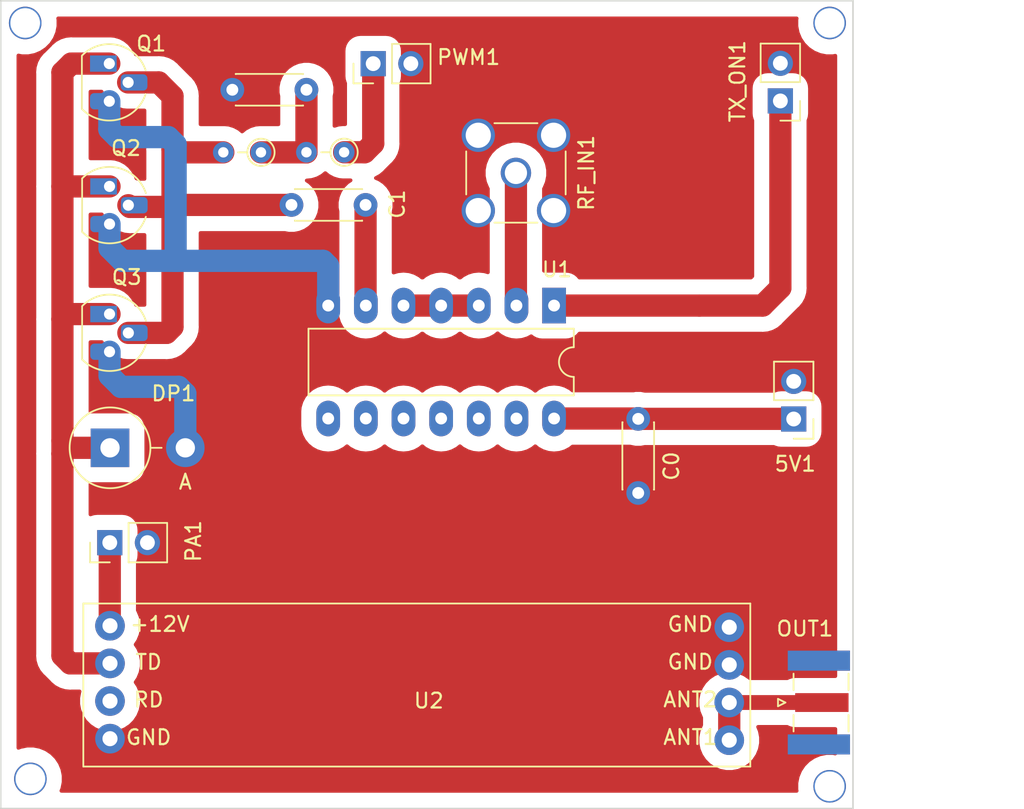
<source format=kicad_pcb>
(kicad_pcb (version 20171130) (host pcbnew 5.1.9+dfsg1-1)

  (general
    (thickness 1.6)
    (drawings 4)
    (tracks 91)
    (zones 0)
    (modules 17)
    (nets 13)
  )

  (page User 150.012 150.012)
  (layers
    (0 F.Cu signal)
    (31 B.Cu signal)
    (32 B.Adhes user)
    (33 F.Adhes user)
    (34 B.Paste user)
    (35 F.Paste user)
    (36 B.SilkS user)
    (37 F.SilkS user)
    (38 B.Mask user)
    (39 F.Mask user)
    (40 Dwgs.User user)
    (41 Cmts.User user)
    (42 Eco1.User user)
    (43 Eco2.User user)
    (44 Edge.Cuts user)
    (45 Margin user)
    (46 B.CrtYd user)
    (47 F.CrtYd user)
    (48 B.Fab user)
    (49 F.Fab user)
  )

  (setup
    (last_trace_width 0.25)
    (user_trace_width 0.75)
    (user_trace_width 1)
    (user_trace_width 1.5)
    (trace_clearance 0.2)
    (zone_clearance 1.016)
    (zone_45_only no)
    (trace_min 0.2)
    (via_size 0.8)
    (via_drill 0.4)
    (via_min_size 0.4)
    (via_min_drill 0.3)
    (user_via 2.2 2)
    (uvia_size 0.3)
    (uvia_drill 0.1)
    (uvias_allowed no)
    (uvia_min_size 0.2)
    (uvia_min_drill 0.1)
    (edge_width 0.1)
    (segment_width 0.2)
    (pcb_text_width 0.3)
    (pcb_text_size 1.5 1.5)
    (mod_edge_width 0.15)
    (mod_text_size 1 1)
    (mod_text_width 0.15)
    (pad_size 1.6 1.6)
    (pad_drill 0.8)
    (pad_to_mask_clearance 0)
    (aux_axis_origin 0 0)
    (visible_elements FFFFFF7F)
    (pcbplotparams
      (layerselection 0x01000_7fffffff)
      (usegerberextensions false)
      (usegerberattributes true)
      (usegerberadvancedattributes true)
      (creategerberjobfile true)
      (excludeedgelayer true)
      (linewidth 0.100000)
      (plotframeref false)
      (viasonmask false)
      (mode 1)
      (useauxorigin false)
      (hpglpennumber 1)
      (hpglpenspeed 20)
      (hpglpendiameter 15.000000)
      (psnegative false)
      (psa4output false)
      (plotreference false)
      (plotvalue true)
      (plotinvisibletext false)
      (padsonsilk false)
      (subtractmaskfromsilk false)
      (outputformat 4)
      (mirror true)
      (drillshape 2)
      (scaleselection 1)
      (outputdirectory ""))
  )

  (net 0 "")
  (net 1 GND)
  (net 2 +5V)
  (net 3 "Net-(C1-Pad2)")
  (net 4 "Net-(C1-Pad1)")
  (net 5 "Net-(U1-Pad3)")
  (net 6 "Net-(RF_IN1-Pad1)")
  (net 7 "Net-(TX_ON1-Pad1)")
  (net 8 +12V)
  (net 9 "Net-(DP1-Pad1)")
  (net 10 "Net-(OUT1-Pad1)")
  (net 11 "Net-(C2-Pad1)")
  (net 12 "Net-(PWM1-Pad1)")

  (net_class Default "This is the default net class."
    (clearance 0.2)
    (trace_width 0.25)
    (via_dia 0.8)
    (via_drill 0.4)
    (uvia_dia 0.3)
    (uvia_drill 0.1)
    (add_net +12V)
    (add_net +5V)
    (add_net GND)
    (add_net "Net-(C1-Pad1)")
    (add_net "Net-(C1-Pad2)")
    (add_net "Net-(C2-Pad1)")
    (add_net "Net-(DP1-Pad1)")
    (add_net "Net-(OUT1-Pad1)")
    (add_net "Net-(PWM1-Pad1)")
    (add_net "Net-(RF_IN1-Pad1)")
    (add_net "Net-(TX_ON1-Pad1)")
    (add_net "Net-(U1-Pad3)")
  )

  (module Package_TO_SOT_THT:TO-92L_HandSolder (layer F.Cu) (tedit 5A282C70) (tstamp 60269996)
    (at 51.83998 45.02646 270)
    (descr "TO-92L leads in-line (large body variant of TO-92), also known as TO-226, wide, drill 0.75mm, hand-soldering variant with enlarged pads (see https://www.diodes.com/assets/Package-Files/TO92L.pdf and http://www.ti.com/lit/an/snoa059/snoa059.pdf)")
    (tags "to-92 sc-43 sc-43a sot54 PA33 transistor")
    (path /5EC11FDA)
    (fp_text reference Q2 (at -2.57646 -1.11002 180) (layer F.SilkS)
      (effects (font (size 1 1) (thickness 0.15)))
    )
    (fp_text value BS170 (at 1.27 2.79 90) (layer F.Fab) hide
      (effects (font (size 1 1) (thickness 0.15)))
    )
    (fp_line (start 4 2.01) (end -1.46 2.01) (layer F.CrtYd) (width 0.05))
    (fp_line (start 4 2.01) (end 4 -3.05) (layer F.CrtYd) (width 0.05))
    (fp_line (start -1.45 -3.05) (end -1.46 2.01) (layer F.CrtYd) (width 0.05))
    (fp_line (start -1.46 -3.05) (end 4 -3.05) (layer F.CrtYd) (width 0.05))
    (fp_line (start -0.5 1.75) (end 3 1.75) (layer F.Fab) (width 0.1))
    (fp_line (start -0.53 1.85) (end 3.07 1.85) (layer F.SilkS) (width 0.12))
    (fp_arc (start 1.27 0) (end 2.05 -2.45) (angle 117.6433766) (layer F.SilkS) (width 0.12))
    (fp_arc (start 1.27 0) (end 1.27 -2.48) (angle -135) (layer F.Fab) (width 0.1))
    (fp_arc (start 1.27 0) (end 0.45 -2.45) (angle -116.9763941) (layer F.SilkS) (width 0.12))
    (fp_arc (start 1.27 0) (end 1.27 -2.48) (angle 135) (layer F.Fab) (width 0.1))
    (fp_text user %R (at 1.27 0 90) (layer F.Fab)
      (effects (font (size 1 1) (thickness 0.15)))
    )
    (pad 1 thru_hole rect (at 0 0 270) (size 1.1 1.8) (drill 0.75 (offset 0 0.4)) (layers *.Cu *.Mask)
      (net 9 "Net-(DP1-Pad1)"))
    (pad 3 thru_hole roundrect (at 2.54 0 270) (size 1.1 1.8) (drill 0.75 (offset 0 0.4)) (layers *.Cu *.Mask) (roundrect_rratio 0.25)
      (net 1 GND))
    (pad 2 thru_hole roundrect (at 1.27 -1.27 270) (size 1.1 1.8) (drill 0.75 (offset 0 -0.4)) (layers *.Cu *.Mask) (roundrect_rratio 0.25)
      (net 4 "Net-(C1-Pad1)"))
    (model ${KISYS3DMOD}/Package_TO_SOT_THT.3dshapes/TO-92L.wrl
      (at (xyz 0 0 0))
      (scale (xyz 1 1 1))
      (rotate (xyz 0 0 0))
    )
  )

  (module Resistor_THT:R_Axial_DIN0204_L3.6mm_D1.6mm_P2.54mm_Vertical (layer F.Cu) (tedit 5AE5139B) (tstamp 60FFD7E1)
    (at 67.6656 42.7228 180)
    (descr "Resistor, Axial_DIN0204 series, Axial, Vertical, pin pitch=2.54mm, 0.167W, length*diameter=3.6*1.6mm^2, http://cdn-reichelt.de/documents/datenblatt/B400/1_4W%23YAG.pdf")
    (tags "Resistor Axial_DIN0204 series Axial Vertical pin pitch 2.54mm 0.167W length 3.6mm diameter 1.6mm")
    (path /61016A4D)
    (fp_text reference R2 (at 1.3716 1.6002) (layer F.SilkS) hide
      (effects (font (size 1 1) (thickness 0.15)))
    )
    (fp_text value 10k (at 1.27 1.92) (layer F.Fab)
      (effects (font (size 1 1) (thickness 0.15)))
    )
    (fp_circle (center 0 0) (end 0.8 0) (layer F.Fab) (width 0.1))
    (fp_circle (center 0 0) (end 0.92 0) (layer F.SilkS) (width 0.12))
    (fp_line (start 0 0) (end 2.54 0) (layer F.Fab) (width 0.1))
    (fp_line (start 0.92 0) (end 1.54 0) (layer F.SilkS) (width 0.12))
    (fp_line (start -1.05 -1.05) (end -1.05 1.05) (layer F.CrtYd) (width 0.05))
    (fp_line (start -1.05 1.05) (end 3.49 1.05) (layer F.CrtYd) (width 0.05))
    (fp_line (start 3.49 1.05) (end 3.49 -1.05) (layer F.CrtYd) (width 0.05))
    (fp_line (start 3.49 -1.05) (end -1.05 -1.05) (layer F.CrtYd) (width 0.05))
    (fp_text user %R (at 1.27 -1.92) (layer F.Fab)
      (effects (font (size 1 1) (thickness 0.15)))
    )
    (pad 2 thru_hole oval (at 2.54 0 180) (size 1.4 1.4) (drill 0.7) (layers *.Cu *.Mask)
      (net 11 "Net-(C2-Pad1)"))
    (pad 1 thru_hole circle (at 0 0 180) (size 1.4 1.4) (drill 0.7) (layers *.Cu *.Mask)
      (net 12 "Net-(PWM1-Pad1)"))
    (model ${KISYS3DMOD}/Resistor_THT.3dshapes/R_Axial_DIN0204_L3.6mm_D1.6mm_P2.54mm_Vertical.wrl
      (at (xyz 0 0 0))
      (scale (xyz 1 1 1))
      (rotate (xyz 0 0 0))
    )
  )

  (module Resistor_THT:R_Axial_DIN0204_L3.6mm_D1.6mm_P2.54mm_Vertical (layer F.Cu) (tedit 5AE5139B) (tstamp 60FFBD40)
    (at 62.05728 42.72788 180)
    (descr "Resistor, Axial_DIN0204 series, Axial, Vertical, pin pitch=2.54mm, 0.167W, length*diameter=3.6*1.6mm^2, http://cdn-reichelt.de/documents/datenblatt/B400/1_4W%23YAG.pdf")
    (tags "Resistor Axial_DIN0204 series Axial Vertical pin pitch 2.54mm 0.167W length 3.6mm diameter 1.6mm")
    (path /61014614)
    (fp_text reference R1 (at 1.27 -1.92) (layer F.SilkS) hide
      (effects (font (size 1 1) (thickness 0.15)))
    )
    (fp_text value 10k (at 1.27 1.92) (layer F.Fab)
      (effects (font (size 1 1) (thickness 0.15)))
    )
    (fp_circle (center 0 0) (end 0.8 0) (layer F.Fab) (width 0.1))
    (fp_circle (center 0 0) (end 0.92 0) (layer F.SilkS) (width 0.12))
    (fp_line (start 0 0) (end 2.54 0) (layer F.Fab) (width 0.1))
    (fp_line (start 0.92 0) (end 1.54 0) (layer F.SilkS) (width 0.12))
    (fp_line (start -1.05 -1.05) (end -1.05 1.05) (layer F.CrtYd) (width 0.05))
    (fp_line (start -1.05 1.05) (end 3.49 1.05) (layer F.CrtYd) (width 0.05))
    (fp_line (start 3.49 1.05) (end 3.49 -1.05) (layer F.CrtYd) (width 0.05))
    (fp_line (start 3.49 -1.05) (end -1.05 -1.05) (layer F.CrtYd) (width 0.05))
    (fp_text user %R (at 1.27 -1.92) (layer F.Fab)
      (effects (font (size 1 1) (thickness 0.15)))
    )
    (pad 2 thru_hole oval (at 2.54 0 180) (size 1.4 1.4) (drill 0.7) (layers *.Cu *.Mask)
      (net 4 "Net-(C1-Pad1)"))
    (pad 1 thru_hole circle (at 0 0 180) (size 1.4 1.4) (drill 0.7) (layers *.Cu *.Mask)
      (net 11 "Net-(C2-Pad1)"))
    (model ${KISYS3DMOD}/Resistor_THT.3dshapes/R_Axial_DIN0204_L3.6mm_D1.6mm_P2.54mm_Vertical.wrl
      (at (xyz 0 0 0))
      (scale (xyz 1 1 1))
      (rotate (xyz 0 0 0))
    )
  )

  (module Capacitor_THT:C_Disc_D4.3mm_W1.9mm_P5.00mm (layer F.Cu) (tedit 5AE50EF0) (tstamp 60FFD37B)
    (at 65.1256 38.5064 180)
    (descr "C, Disc series, Radial, pin pitch=5.00mm, , diameter*width=4.3*1.9mm^2, Capacitor, http://www.vishay.com/docs/45233/krseries.pdf")
    (tags "C Disc series Radial pin pitch 5.00mm  diameter 4.3mm width 1.9mm Capacitor")
    (path /6102216F)
    (fp_text reference C2 (at 2.5 -2.2) (layer F.SilkS) hide
      (effects (font (size 1 1) (thickness 0.15)))
    )
    (fp_text value 10nF (at 2.5 2.2) (layer F.Fab)
      (effects (font (size 1 1) (thickness 0.15)))
    )
    (fp_line (start 0.35 -0.95) (end 0.35 0.95) (layer F.Fab) (width 0.1))
    (fp_line (start 0.35 0.95) (end 4.65 0.95) (layer F.Fab) (width 0.1))
    (fp_line (start 4.65 0.95) (end 4.65 -0.95) (layer F.Fab) (width 0.1))
    (fp_line (start 4.65 -0.95) (end 0.35 -0.95) (layer F.Fab) (width 0.1))
    (fp_line (start 0.23 -1.07) (end 4.77 -1.07) (layer F.SilkS) (width 0.12))
    (fp_line (start 0.23 1.07) (end 4.77 1.07) (layer F.SilkS) (width 0.12))
    (fp_line (start 0.23 -1.07) (end 0.23 -1.055) (layer F.SilkS) (width 0.12))
    (fp_line (start 0.23 1.055) (end 0.23 1.07) (layer F.SilkS) (width 0.12))
    (fp_line (start 4.77 -1.07) (end 4.77 -1.055) (layer F.SilkS) (width 0.12))
    (fp_line (start 4.77 1.055) (end 4.77 1.07) (layer F.SilkS) (width 0.12))
    (fp_line (start -1.05 -1.2) (end -1.05 1.2) (layer F.CrtYd) (width 0.05))
    (fp_line (start -1.05 1.2) (end 6.05 1.2) (layer F.CrtYd) (width 0.05))
    (fp_line (start 6.05 1.2) (end 6.05 -1.2) (layer F.CrtYd) (width 0.05))
    (fp_line (start 6.05 -1.2) (end -1.05 -1.2) (layer F.CrtYd) (width 0.05))
    (fp_text user %R (at 2.5 0) (layer F.Fab)
      (effects (font (size 0.86 0.86) (thickness 0.129)))
    )
    (pad 2 thru_hole circle (at 5 0 180) (size 1.6 1.6) (drill 0.8) (layers *.Cu *.Mask)
      (net 1 GND))
    (pad 1 thru_hole circle (at 0 0 180) (size 1.6 1.6) (drill 0.8) (layers *.Cu *.Mask)
      (net 11 "Net-(C2-Pad1)"))
    (model ${KISYS3DMOD}/Capacitor_THT.3dshapes/C_Disc_D4.3mm_W1.9mm_P5.00mm.wrl
      (at (xyz 0 0 0))
      (scale (xyz 1 1 1))
      (rotate (xyz 0 0 0))
    )
  )

  (module Connector_PinHeader_2.54mm:PinHeader_1x02_P2.54mm_Vertical (layer F.Cu) (tedit 59FED5CC) (tstamp 60FFD10E)
    (at 69.62902 36.74364 90)
    (descr "Through hole straight pin header, 1x02, 2.54mm pitch, single row")
    (tags "Through hole pin header THT 1x02 2.54mm single row")
    (path /61037D8E)
    (fp_text reference PWM1 (at 0.43434 6.43636) (layer F.SilkS)
      (effects (font (size 1 1) (thickness 0.15)))
    )
    (fp_text value Conn_01x02 (at 0 4.87 90) (layer F.Fab) hide
      (effects (font (size 1 1) (thickness 0.15)))
    )
    (fp_line (start -0.635 -1.27) (end 1.27 -1.27) (layer F.Fab) (width 0.1))
    (fp_line (start 1.27 -1.27) (end 1.27 3.81) (layer F.Fab) (width 0.1))
    (fp_line (start 1.27 3.81) (end -1.27 3.81) (layer F.Fab) (width 0.1))
    (fp_line (start -1.27 3.81) (end -1.27 -0.635) (layer F.Fab) (width 0.1))
    (fp_line (start -1.27 -0.635) (end -0.635 -1.27) (layer F.Fab) (width 0.1))
    (fp_line (start -1.33 3.87) (end 1.33 3.87) (layer F.SilkS) (width 0.12))
    (fp_line (start -1.33 1.27) (end -1.33 3.87) (layer F.SilkS) (width 0.12))
    (fp_line (start 1.33 1.27) (end 1.33 3.87) (layer F.SilkS) (width 0.12))
    (fp_line (start -1.33 1.27) (end 1.33 1.27) (layer F.SilkS) (width 0.12))
    (fp_line (start -1.33 0) (end -1.33 -1.33) (layer F.SilkS) (width 0.12))
    (fp_line (start -1.33 -1.33) (end 0 -1.33) (layer F.SilkS) (width 0.12))
    (fp_line (start -1.8 -1.8) (end -1.8 4.35) (layer F.CrtYd) (width 0.05))
    (fp_line (start -1.8 4.35) (end 1.8 4.35) (layer F.CrtYd) (width 0.05))
    (fp_line (start 1.8 4.35) (end 1.8 -1.8) (layer F.CrtYd) (width 0.05))
    (fp_line (start 1.8 -1.8) (end -1.8 -1.8) (layer F.CrtYd) (width 0.05))
    (fp_text user %R (at 0 1.27) (layer F.Fab)
      (effects (font (size 1 1) (thickness 0.15)))
    )
    (pad 1 thru_hole rect (at 0 0 90) (size 1.7 1.7) (drill 1) (layers *.Cu *.Mask)
      (net 12 "Net-(PWM1-Pad1)"))
    (pad 2 thru_hole oval (at 0 2.54 90) (size 1.7 1.7) (drill 1) (layers *.Cu *.Mask)
      (net 1 GND))
    (model ${KISYS3DMOD}/Connector_PinHeader_2.54mm.3dshapes/PinHeader_1x02_P2.54mm_Vertical.wrl
      (at (xyz 0 0 0))
      (scale (xyz 1 1 1))
      (rotate (xyz 0 0 0))
    )
  )

  (module Package_DIP:DIP-14_W7.62mm_LongPads (layer F.Cu) (tedit 5A02E8C5) (tstamp 60EFC93B)
    (at 81.83294 53.06668 270)
    (descr "14-lead though-hole mounted DIP package, row spacing 7.62 mm (300 mils), LongPads")
    (tags "THT DIP DIL PDIP 2.54mm 7.62mm 300mil LongPads")
    (path /5ED3A73C)
    (fp_text reference U1 (at -2.4319 -0.18986 180) (layer F.SilkS)
      (effects (font (size 1 1) (thickness 0.15)))
    )
    (fp_text value 74ACT00 (at 4.108 18.02 90) (layer F.Fab)
      (effects (font (size 1 1) (thickness 0.15)))
    )
    (fp_line (start 9.1 -1.55) (end -1.45 -1.55) (layer F.CrtYd) (width 0.05))
    (fp_line (start 9.1 16.8) (end 9.1 -1.55) (layer F.CrtYd) (width 0.05))
    (fp_line (start -1.45 16.8) (end 9.1 16.8) (layer F.CrtYd) (width 0.05))
    (fp_line (start -1.45 -1.55) (end -1.45 16.8) (layer F.CrtYd) (width 0.05))
    (fp_line (start 6.06 -1.33) (end 4.81 -1.33) (layer F.SilkS) (width 0.12))
    (fp_line (start 6.06 16.57) (end 6.06 -1.33) (layer F.SilkS) (width 0.12))
    (fp_line (start 1.56 16.57) (end 6.06 16.57) (layer F.SilkS) (width 0.12))
    (fp_line (start 1.56 -1.33) (end 1.56 16.57) (layer F.SilkS) (width 0.12))
    (fp_line (start 2.81 -1.33) (end 1.56 -1.33) (layer F.SilkS) (width 0.12))
    (fp_line (start 0.635 -0.27) (end 1.635 -1.27) (layer F.Fab) (width 0.1))
    (fp_line (start 0.635 16.51) (end 0.635 -0.27) (layer F.Fab) (width 0.1))
    (fp_line (start 6.985 16.51) (end 0.635 16.51) (layer F.Fab) (width 0.1))
    (fp_line (start 6.985 -1.27) (end 6.985 16.51) (layer F.Fab) (width 0.1))
    (fp_line (start 1.635 -1.27) (end 6.985 -1.27) (layer F.Fab) (width 0.1))
    (fp_text user %R (at 3.81 7.62 90) (layer F.Fab)
      (effects (font (size 1 1) (thickness 0.15)))
    )
    (fp_arc (start 3.81 -1.33) (end 2.81 -1.33) (angle -180) (layer F.SilkS) (width 0.12))
    (pad 14 thru_hole oval (at 7.62 0 270) (size 2.4 1.6) (drill 0.8) (layers *.Cu *.Mask)
      (net 2 +5V))
    (pad 7 thru_hole oval (at 0 15.24 270) (size 2.4 1.6) (drill 0.8) (layers *.Cu *.Mask)
      (net 1 GND))
    (pad 13 thru_hole oval (at 7.62 2.54 270) (size 2.4 1.6) (drill 0.8) (layers *.Cu *.Mask))
    (pad 6 thru_hole oval (at 0 12.7 270) (size 2.4 1.6) (drill 0.8) (layers *.Cu *.Mask)
      (net 3 "Net-(C1-Pad2)"))
    (pad 12 thru_hole oval (at 7.62 5.08 270) (size 2.4 1.6) (drill 0.8) (layers *.Cu *.Mask))
    (pad 5 thru_hole oval (at 0 10.16 270) (size 2.4 1.6) (drill 0.8) (layers *.Cu *.Mask)
      (net 5 "Net-(U1-Pad3)"))
    (pad 11 thru_hole oval (at 7.62 7.62 270) (size 2.4 1.6) (drill 0.8) (layers *.Cu *.Mask))
    (pad 4 thru_hole oval (at 0 7.62 270) (size 2.4 1.6) (drill 0.8) (layers *.Cu *.Mask)
      (net 5 "Net-(U1-Pad3)"))
    (pad 10 thru_hole oval (at 7.62 10.16 270) (size 2.4 1.6) (drill 0.8) (layers *.Cu *.Mask))
    (pad 3 thru_hole oval (at 0 5.08 270) (size 2.4 1.6) (drill 0.8) (layers *.Cu *.Mask)
      (net 5 "Net-(U1-Pad3)"))
    (pad 9 thru_hole oval (at 7.62 12.7 270) (size 2.4 1.6) (drill 0.8) (layers *.Cu *.Mask))
    (pad 2 thru_hole oval (at 0 2.54 270) (size 2.4 1.6) (drill 0.8) (layers *.Cu *.Mask)
      (net 6 "Net-(RF_IN1-Pad1)"))
    (pad 8 thru_hole oval (at 7.62 15.24 270) (size 2.4 1.6) (drill 0.8) (layers *.Cu *.Mask))
    (pad 1 thru_hole rect (at 0 0 270) (size 2.4 1.6) (drill 0.8) (layers *.Cu *.Mask)
      (net 7 "Net-(TX_ON1-Pad1)"))
    (model ${KISYS3DMOD}/Package_DIP.3dshapes/DIP-14_W7.62mm.wrl
      (offset (xyz 0 0 3.5))
      (scale (xyz 1 1 1))
      (rotate (xyz 0 0 0))
    )
    (model ${KISYS3DMOD}/Package_DIP.3dshapes/DIP-14_W7.62mm_Socket.wrl
      (at (xyz 0 0 0))
      (scale (xyz 1 1 1))
      (rotate (xyz 0 0 0))
    )
  )

  (module Diode_THT:D_DO-201_P5.08mm_Vertical_AnodeUp (layer F.Cu) (tedit 5AE50CD5) (tstamp 60EB283B)
    (at 51.873 62.66422)
    (descr "Diode, DO-201 series, Axial, Vertical, pin pitch=5.08mm, , length*diameter=9.53*5.21mm^2, , http://www.diodes.com/_files/packages/DO-201.pdf")
    (tags "Diode DO-201 series Axial Vertical pin pitch 5.08mm  length 9.53mm diameter 5.21mm")
    (path /60EF4BE2)
    (fp_text reference DP1 (at 4.277 -3.66422) (layer F.SilkS)
      (effects (font (size 1 1) (thickness 0.15)))
    )
    (fp_text value "47v 5W" (at 2.54 3.725) (layer F.Fab)
      (effects (font (size 1 1) (thickness 0.15)))
    )
    (fp_line (start 6.64 -2.86) (end -2.86 -2.86) (layer F.CrtYd) (width 0.05))
    (fp_line (start 6.64 2.86) (end 6.64 -2.86) (layer F.CrtYd) (width 0.05))
    (fp_line (start -2.86 2.86) (end 6.64 2.86) (layer F.CrtYd) (width 0.05))
    (fp_line (start -2.86 -2.86) (end -2.86 2.86) (layer F.CrtYd) (width 0.05))
    (fp_line (start 2.725 0) (end 3.48 0) (layer F.SilkS) (width 0.12))
    (fp_line (start 0 0) (end 5.08 0) (layer F.Fab) (width 0.1))
    (fp_circle (center 0 0) (end 2.725 0) (layer F.SilkS) (width 0.12))
    (fp_circle (center 0 0) (end 2.605 0) (layer F.Fab) (width 0.1))
    (fp_text user A (at 5.08 2.3) (layer F.SilkS)
      (effects (font (size 1 1) (thickness 0.15)))
    )
    (fp_text user A (at 5.08 2.3) (layer F.Fab)
      (effects (font (size 1 1) (thickness 0.15)))
    )
    (fp_text user %R (at 2.54 -3.725) (layer F.Fab) hide
      (effects (font (size 1 1) (thickness 0.15)))
    )
    (pad 2 thru_hole oval (at 5.08 0) (size 2.6 2.6) (drill 1.3) (layers *.Cu *.Mask)
      (net 1 GND))
    (pad 1 thru_hole rect (at 0 0) (size 2.6 2.6) (drill 1.3) (layers *.Cu *.Mask)
      (net 9 "Net-(DP1-Pad1)"))
    (model ${KISYS3DMOD}/Diode_THT.3dshapes/D_DO-201_P5.08mm_Vertical_AnodeUp.wrl
      (at (xyz 0 0 0))
      (scale (xyz 1 1 1))
      (rotate (xyz 0 0 0))
    )
  )

  (module Capacitor_THT:C_Disc_D4.3mm_W1.9mm_P5.00mm (layer F.Cu) (tedit 5AE50EF0) (tstamp 60EB660C)
    (at 64.11468 46.27626)
    (descr "C, Disc series, Radial, pin pitch=5.00mm, , diameter*width=4.3*1.9mm^2, Capacitor, http://www.vishay.com/docs/45233/krseries.pdf")
    (tags "C Disc series Radial pin pitch 5.00mm  diameter 4.3mm width 1.9mm Capacitor")
    (path /5ED5C055)
    (fp_text reference C1 (at 7.13232 -0.04826 90) (layer F.SilkS)
      (effects (font (size 1 1) (thickness 0.15)))
    )
    (fp_text value 10nF (at 2.5 2.2) (layer F.Fab) hide
      (effects (font (size 1 1) (thickness 0.15)))
    )
    (fp_line (start 6.05 -1.2) (end -1.05 -1.2) (layer F.CrtYd) (width 0.05))
    (fp_line (start 6.05 1.2) (end 6.05 -1.2) (layer F.CrtYd) (width 0.05))
    (fp_line (start -1.05 1.2) (end 6.05 1.2) (layer F.CrtYd) (width 0.05))
    (fp_line (start -1.05 -1.2) (end -1.05 1.2) (layer F.CrtYd) (width 0.05))
    (fp_line (start 4.77 1.055) (end 4.77 1.07) (layer F.SilkS) (width 0.12))
    (fp_line (start 4.77 -1.07) (end 4.77 -1.055) (layer F.SilkS) (width 0.12))
    (fp_line (start 0.23 1.055) (end 0.23 1.07) (layer F.SilkS) (width 0.12))
    (fp_line (start 0.23 -1.07) (end 0.23 -1.055) (layer F.SilkS) (width 0.12))
    (fp_line (start 0.23 1.07) (end 4.77 1.07) (layer F.SilkS) (width 0.12))
    (fp_line (start 0.23 -1.07) (end 4.77 -1.07) (layer F.SilkS) (width 0.12))
    (fp_line (start 4.65 -0.95) (end 0.35 -0.95) (layer F.Fab) (width 0.1))
    (fp_line (start 4.65 0.95) (end 4.65 -0.95) (layer F.Fab) (width 0.1))
    (fp_line (start 0.35 0.95) (end 4.65 0.95) (layer F.Fab) (width 0.1))
    (fp_line (start 0.35 -0.95) (end 0.35 0.95) (layer F.Fab) (width 0.1))
    (fp_text user %R (at 2.5 0) (layer F.Fab)
      (effects (font (size 0.86 0.86) (thickness 0.129)))
    )
    (pad 2 thru_hole circle (at 5 0) (size 1.6 1.6) (drill 0.8) (layers *.Cu *.Mask)
      (net 3 "Net-(C1-Pad2)"))
    (pad 1 thru_hole circle (at 0 0) (size 1.6 1.6) (drill 0.8) (layers *.Cu *.Mask)
      (net 4 "Net-(C1-Pad1)"))
    (model ${KISYS3DMOD}/Capacitor_THT.3dshapes/C_Disc_D4.3mm_W1.9mm_P5.00mm.wrl
      (at (xyz 0 0 0))
      (scale (xyz 1 1 1))
      (rotate (xyz 0 0 0))
    )
  )

  (module Capacitor_THT:C_Disc_D4.3mm_W1.9mm_P5.00mm (layer F.Cu) (tedit 5AE50EF0) (tstamp 60EB6651)
    (at 87.51 60.71 270)
    (descr "C, Disc series, Radial, pin pitch=5.00mm, , diameter*width=4.3*1.9mm^2, Capacitor, http://www.vishay.com/docs/45233/krseries.pdf")
    (tags "C Disc series Radial pin pitch 5.00mm  diameter 4.3mm width 1.9mm Capacitor")
    (path /5F0D3052)
    (fp_text reference C0 (at 3.19 -2.24 90) (layer F.SilkS)
      (effects (font (size 1 1) (thickness 0.15)))
    )
    (fp_text value 100nF (at 3.64 2.31 90) (layer F.Fab) hide
      (effects (font (size 1 1) (thickness 0.15)))
    )
    (fp_line (start 6.05 -1.2) (end -1.05 -1.2) (layer F.CrtYd) (width 0.05))
    (fp_line (start 6.05 1.2) (end 6.05 -1.2) (layer F.CrtYd) (width 0.05))
    (fp_line (start -1.05 1.2) (end 6.05 1.2) (layer F.CrtYd) (width 0.05))
    (fp_line (start -1.05 -1.2) (end -1.05 1.2) (layer F.CrtYd) (width 0.05))
    (fp_line (start 4.77 1.055) (end 4.77 1.07) (layer F.SilkS) (width 0.12))
    (fp_line (start 4.77 -1.07) (end 4.77 -1.055) (layer F.SilkS) (width 0.12))
    (fp_line (start 0.23 1.055) (end 0.23 1.07) (layer F.SilkS) (width 0.12))
    (fp_line (start 0.23 -1.07) (end 0.23 -1.055) (layer F.SilkS) (width 0.12))
    (fp_line (start 0.23 1.07) (end 4.77 1.07) (layer F.SilkS) (width 0.12))
    (fp_line (start 0.23 -1.07) (end 4.77 -1.07) (layer F.SilkS) (width 0.12))
    (fp_line (start 4.65 -0.95) (end 0.35 -0.95) (layer F.Fab) (width 0.1))
    (fp_line (start 4.65 0.95) (end 4.65 -0.95) (layer F.Fab) (width 0.1))
    (fp_line (start 0.35 0.95) (end 4.65 0.95) (layer F.Fab) (width 0.1))
    (fp_line (start 0.35 -0.95) (end 0.35 0.95) (layer F.Fab) (width 0.1))
    (fp_text user %R (at 2.5 0 90) (layer F.Fab)
      (effects (font (size 0.86 0.86) (thickness 0.129)))
    )
    (pad 2 thru_hole circle (at 5 0 270) (size 1.6 1.6) (drill 0.8) (layers *.Cu *.Mask)
      (net 1 GND))
    (pad 1 thru_hole circle (at 0 0 270) (size 1.6 1.6) (drill 0.8) (layers *.Cu *.Mask)
      (net 2 +5V))
    (model ${KISYS3DMOD}/Capacitor_THT.3dshapes/C_Disc_D4.3mm_W1.9mm_P5.00mm.wrl
      (at (xyz 0 0 0))
      (scale (xyz 1 1 1))
      (rotate (xyz 0 0 0))
    )
  )

  (module Package_TO_SOT_THT:TO-92L_HandSolder (layer F.Cu) (tedit 5A282C70) (tstamp 60269A3B)
    (at 51.84 53.64 270)
    (descr "TO-92L leads in-line (large body variant of TO-92), also known as TO-226, wide, drill 0.75mm, hand-soldering variant with enlarged pads (see https://www.diodes.com/assets/Package-Files/TO92L.pdf and http://www.ti.com/lit/an/snoa059/snoa059.pdf)")
    (tags "to-92 sc-43 sc-43a sot54 PA33 transistor")
    (path /5EC14422)
    (fp_text reference Q3 (at -2.49 -1.16 180) (layer F.SilkS)
      (effects (font (size 1 1) (thickness 0.15)))
    )
    (fp_text value BS170 (at 1.27 2.79 90) (layer F.Fab) hide
      (effects (font (size 1 1) (thickness 0.15)))
    )
    (fp_line (start 4 2.01) (end -1.46 2.01) (layer F.CrtYd) (width 0.05))
    (fp_line (start 4 2.01) (end 4 -3.05) (layer F.CrtYd) (width 0.05))
    (fp_line (start -1.45 -3.05) (end -1.46 2.01) (layer F.CrtYd) (width 0.05))
    (fp_line (start -1.46 -3.05) (end 4 -3.05) (layer F.CrtYd) (width 0.05))
    (fp_line (start -0.5 1.75) (end 3 1.75) (layer F.Fab) (width 0.1))
    (fp_line (start -0.53 1.85) (end 3.07 1.85) (layer F.SilkS) (width 0.12))
    (fp_arc (start 1.27 0) (end 2.05 -2.45) (angle 117.6433766) (layer F.SilkS) (width 0.12))
    (fp_arc (start 1.27 0) (end 1.27 -2.48) (angle -135) (layer F.Fab) (width 0.1))
    (fp_arc (start 1.27 0) (end 0.45 -2.45) (angle -116.9763941) (layer F.SilkS) (width 0.12))
    (fp_arc (start 1.27 0) (end 1.27 -2.48) (angle 135) (layer F.Fab) (width 0.1))
    (fp_text user %R (at 1.27 0 90) (layer F.Fab)
      (effects (font (size 1 1) (thickness 0.15)))
    )
    (pad 1 thru_hole rect (at 0 0 270) (size 1.1 1.8) (drill 0.75 (offset 0 0.4)) (layers *.Cu *.Mask)
      (net 9 "Net-(DP1-Pad1)"))
    (pad 3 thru_hole roundrect (at 2.54 0 270) (size 1.1 1.8) (drill 0.75 (offset 0 0.4)) (layers *.Cu *.Mask) (roundrect_rratio 0.25)
      (net 1 GND))
    (pad 2 thru_hole roundrect (at 1.27 -1.27 270) (size 1.1 1.8) (drill 0.75 (offset 0 -0.4)) (layers *.Cu *.Mask) (roundrect_rratio 0.25)
      (net 4 "Net-(C1-Pad1)"))
    (model ${KISYS3DMOD}/Package_TO_SOT_THT.3dshapes/TO-92L.wrl
      (at (xyz 0 0 0))
      (scale (xyz 1 1 1))
      (rotate (xyz 0 0 0))
    )
  )

  (module Package_TO_SOT_THT:TO-92L_HandSolder (layer F.Cu) (tedit 5A282C70) (tstamp 60269B1C)
    (at 51.82474 36.74098 270)
    (descr "TO-92L leads in-line (large body variant of TO-92), also known as TO-226, wide, drill 0.75mm, hand-soldering variant with enlarged pads (see https://www.diodes.com/assets/Package-Files/TO92L.pdf and http://www.ti.com/lit/an/snoa059/snoa059.pdf)")
    (tags "to-92 sc-43 sc-43a sot54 PA33 transistor")
    (path /5EC14C89)
    (fp_text reference Q1 (at -1.34098 -2.82526 180) (layer F.SilkS)
      (effects (font (size 1 1) (thickness 0.15)))
    )
    (fp_text value BS170 (at 1.27 2.79 90) (layer F.Fab) hide
      (effects (font (size 1 1) (thickness 0.15)))
    )
    (fp_line (start 4 2.01) (end -1.46 2.01) (layer F.CrtYd) (width 0.05))
    (fp_line (start 4 2.01) (end 4 -3.05) (layer F.CrtYd) (width 0.05))
    (fp_line (start -1.45 -3.05) (end -1.46 2.01) (layer F.CrtYd) (width 0.05))
    (fp_line (start -1.46 -3.05) (end 4 -3.05) (layer F.CrtYd) (width 0.05))
    (fp_line (start -0.5 1.75) (end 3 1.75) (layer F.Fab) (width 0.1))
    (fp_line (start -0.53 1.85) (end 3.07 1.85) (layer F.SilkS) (width 0.12))
    (fp_arc (start 1.27 0) (end 2.05 -2.45) (angle 117.6433766) (layer F.SilkS) (width 0.12))
    (fp_arc (start 1.27 0) (end 1.27 -2.48) (angle -135) (layer F.Fab) (width 0.1))
    (fp_arc (start 1.27 0) (end 0.45 -2.45) (angle -116.9763941) (layer F.SilkS) (width 0.12))
    (fp_arc (start 1.27 0) (end 1.27 -2.48) (angle 135) (layer F.Fab) (width 0.1))
    (fp_text user %R (at 1.27 0 90) (layer F.Fab)
      (effects (font (size 1 1) (thickness 0.15)))
    )
    (pad 1 thru_hole rect (at 0 0 270) (size 1.1 1.8) (drill 0.75 (offset 0 0.4)) (layers *.Cu *.Mask)
      (net 9 "Net-(DP1-Pad1)"))
    (pad 3 thru_hole roundrect (at 2.54 0 270) (size 1.1 1.8) (drill 0.75 (offset 0 0.4)) (layers *.Cu *.Mask) (roundrect_rratio 0.25)
      (net 1 GND))
    (pad 2 thru_hole roundrect (at 1.27 -1.27 270) (size 1.1 1.8) (drill 0.75 (offset 0 -0.4)) (layers *.Cu *.Mask) (roundrect_rratio 0.25)
      (net 4 "Net-(C1-Pad1)"))
    (model ${KISYS3DMOD}/Package_TO_SOT_THT.3dshapes/TO-92L.wrl
      (at (xyz 0 0 0))
      (scale (xyz 1 1 1))
      (rotate (xyz 0 0 0))
    )
  )

  (module Connector_Coaxial:SMA_Samtec_SMA-J-P-X-ST-EM1_EdgeMount (layer F.Cu) (tedit 5DAA3454) (tstamp 60EBA5F6)
    (at 99.7 79.85 90)
    (descr "Connector SMA, 0Hz to 20GHz, 50Ohm, Edge Mount (http://suddendocs.samtec.com/prints/sma-j-p-x-st-em1-mkt.pdf)")
    (tags "SMA Straight Samtec Edge Mount")
    (path /60FA0B5A)
    (attr smd)
    (fp_text reference OUT1 (at 4.98 -0.95 180) (layer F.SilkS)
      (effects (font (size 1 1) (thickness 0.15)))
    )
    (fp_text value Conn_Coaxial (at 0 13 90) (layer F.Fab)
      (effects (font (size 1 1) (thickness 0.15)))
    )
    (fp_line (start -0.25 -2.76) (end 0 -2.26) (layer F.SilkS) (width 0.12))
    (fp_line (start 0.25 -2.76) (end -0.25 -2.76) (layer F.SilkS) (width 0.12))
    (fp_line (start 0 -2.26) (end 0.25 -2.76) (layer F.SilkS) (width 0.12))
    (fp_line (start 0 3.1) (end -0.64 2.1) (layer F.Fab) (width 0.1))
    (fp_line (start 0.64 2.1) (end 0 3.1) (layer F.Fab) (width 0.1))
    (fp_line (start 4 2.6) (end 4 -2.6) (layer F.CrtYd) (width 0.05))
    (fp_line (start 3.68 12.12) (end -3.68 12.12) (layer F.CrtYd) (width 0.05))
    (fp_line (start -4 2.6) (end -4 -2.6) (layer F.CrtYd) (width 0.05))
    (fp_line (start -4 -2.6) (end 4 -2.6) (layer F.CrtYd) (width 0.05))
    (fp_line (start 4 2.6) (end 4 -2.6) (layer B.CrtYd) (width 0.05))
    (fp_line (start 3.68 12.12) (end -3.68 12.12) (layer B.CrtYd) (width 0.05))
    (fp_line (start -4 2.6) (end -4 -2.6) (layer B.CrtYd) (width 0.05))
    (fp_line (start -4 -2.6) (end 4 -2.6) (layer B.CrtYd) (width 0.05))
    (fp_line (start 3.165 11.62) (end -3.165 11.62) (layer F.Fab) (width 0.1))
    (fp_line (start 3.175 -1.71) (end 3.175 11.62) (layer F.Fab) (width 0.1))
    (fp_line (start 3.175 -1.71) (end 2.365 -1.71) (layer F.Fab) (width 0.1))
    (fp_line (start 2.365 -1.71) (end 2.365 2.1) (layer F.Fab) (width 0.1))
    (fp_line (start 2.365 2.1) (end -2.365 2.1) (layer F.Fab) (width 0.1))
    (fp_line (start -2.365 2.1) (end -2.365 -1.71) (layer F.Fab) (width 0.1))
    (fp_line (start -2.365 -1.71) (end -3.175 -1.71) (layer F.Fab) (width 0.1))
    (fp_line (start -3.175 -1.71) (end -3.175 11.62) (layer F.Fab) (width 0.1))
    (fp_line (start 4.1 2.1) (end -4.1 2.1) (layer Dwgs.User) (width 0.1))
    (fp_line (start -3.68 2.6) (end -4 2.6) (layer F.CrtYd) (width 0.05))
    (fp_line (start -3.68 12.12) (end -3.68 2.6) (layer F.CrtYd) (width 0.05))
    (fp_line (start 3.68 2.6) (end 4 2.6) (layer F.CrtYd) (width 0.05))
    (fp_line (start 3.68 2.6) (end 3.68 12.12) (layer F.CrtYd) (width 0.05))
    (fp_line (start -3.68 2.6) (end -4 2.6) (layer B.CrtYd) (width 0.05))
    (fp_line (start -3.68 12.12) (end -3.68 2.6) (layer B.CrtYd) (width 0.05))
    (fp_line (start 4 2.6) (end 3.68 2.6) (layer B.CrtYd) (width 0.05))
    (fp_line (start 3.68 2.6) (end 3.68 12.12) (layer B.CrtYd) (width 0.05))
    (fp_line (start -1.95 2) (end -0.84 2) (layer F.SilkS) (width 0.12))
    (fp_line (start 0.84 2) (end 1.95 2) (layer F.SilkS) (width 0.12))
    (fp_line (start -1.95 -1.71) (end -0.84 -1.71) (layer F.SilkS) (width 0.12))
    (fp_line (start 0.84 -1.71) (end 1.95 -1.71) (layer F.SilkS) (width 0.12))
    (fp_text user "Board Thickness: 1.57mm" (at 0 -5.45 90) (layer Cmts.User) hide
      (effects (font (size 1 1) (thickness 0.15)))
    )
    (fp_text user "PCB Edge" (at 0 2.6 90) (layer Dwgs.User)
      (effects (font (size 0.5 0.5) (thickness 0.1)))
    )
    (fp_text user %R (at 0 4.79 270) (layer F.Fab)
      (effects (font (size 1 1) (thickness 0.15)))
    )
    (pad 1 smd rect (at 0 0.2 90) (size 1.27 3.6) (layers F.Cu F.Paste F.Mask)
      (net 10 "Net-(OUT1-Pad1)"))
    (pad 2 smd rect (at 2.825 0 90) (size 1.35 4.2) (layers F.Cu F.Paste F.Mask)
      (net 1 GND))
    (pad 2 smd rect (at -2.825 0 90) (size 1.35 4.2) (layers F.Cu F.Paste F.Mask)
      (net 1 GND))
    (pad 2 smd rect (at 2.825 0 90) (size 1.35 4.2) (layers B.Cu B.Paste B.Mask)
      (net 1 GND))
    (pad 2 smd rect (at -2.825 0 90) (size 1.35 4.2) (layers B.Cu B.Paste B.Mask)
      (net 1 GND))
    (model ${KISYS3DMOD}/Connector_Coaxial.3dshapes/SMA_Samtec_SMA-J-P-X-ST-EM1_EdgeMount.wrl
      (at (xyz 0 0 0))
      (scale (xyz 1 1 1))
      (rotate (xyz 0 0 0))
    )
  )

  (module Connector_PinHeader_2.54mm:PinHeader_1x02_P2.54mm_Vertical (layer F.Cu) (tedit 59FED5CC) (tstamp 60EB659E)
    (at 98 60.72 180)
    (descr "Through hole straight pin header, 1x02, 2.54mm pitch, single row")
    (tags "Through hole pin header THT 1x02 2.54mm single row")
    (path /60F8881F)
    (fp_text reference 5V1 (at -0.1 -3.03) (layer F.SilkS)
      (effects (font (size 1 1) (thickness 0.15)))
    )
    (fp_text value Conn_01x02 (at -0.08 5.11) (layer F.Fab) hide
      (effects (font (size 1 1) (thickness 0.15)))
    )
    (fp_line (start 1.8 -1.8) (end -1.8 -1.8) (layer F.CrtYd) (width 0.05))
    (fp_line (start 1.8 4.35) (end 1.8 -1.8) (layer F.CrtYd) (width 0.05))
    (fp_line (start -1.8 4.35) (end 1.8 4.35) (layer F.CrtYd) (width 0.05))
    (fp_line (start -1.8 -1.8) (end -1.8 4.35) (layer F.CrtYd) (width 0.05))
    (fp_line (start -1.33 -1.33) (end 0 -1.33) (layer F.SilkS) (width 0.12))
    (fp_line (start -1.33 0) (end -1.33 -1.33) (layer F.SilkS) (width 0.12))
    (fp_line (start -1.33 1.27) (end 1.33 1.27) (layer F.SilkS) (width 0.12))
    (fp_line (start 1.33 1.27) (end 1.33 3.87) (layer F.SilkS) (width 0.12))
    (fp_line (start -1.33 1.27) (end -1.33 3.87) (layer F.SilkS) (width 0.12))
    (fp_line (start -1.33 3.87) (end 1.33 3.87) (layer F.SilkS) (width 0.12))
    (fp_line (start -1.27 -0.635) (end -0.635 -1.27) (layer F.Fab) (width 0.1))
    (fp_line (start -1.27 3.81) (end -1.27 -0.635) (layer F.Fab) (width 0.1))
    (fp_line (start 1.27 3.81) (end -1.27 3.81) (layer F.Fab) (width 0.1))
    (fp_line (start 1.27 -1.27) (end 1.27 3.81) (layer F.Fab) (width 0.1))
    (fp_line (start -0.635 -1.27) (end 1.27 -1.27) (layer F.Fab) (width 0.1))
    (fp_text user %R (at 0 1.27 90) (layer F.Fab)
      (effects (font (size 1 1) (thickness 0.15)))
    )
    (pad 2 thru_hole oval (at 0 2.54 180) (size 1.7 1.7) (drill 1) (layers *.Cu *.Mask)
      (net 1 GND))
    (pad 1 thru_hole rect (at 0 0 180) (size 1.7 1.7) (drill 1) (layers *.Cu *.Mask)
      (net 2 +5V))
    (model ${KISYS3DMOD}/Connector_PinHeader_2.54mm.3dshapes/PinHeader_1x02_P2.54mm_Vertical.wrl
      (at (xyz 0 0 0))
      (scale (xyz 1 1 1))
      (rotate (xyz 0 0 0))
    )
  )

  (module footprints:uSDX_LPF_Band_Module (layer F.Cu) (tedit 5F1374D2) (tstamp 60EFCFF2)
    (at 49.07138 41.1682)
    (path /5F571AB1)
    (fp_text reference U2 (at 24.308 38.56 180) (layer F.SilkS)
      (effects (font (size 1 1) (thickness 0.15)))
    )
    (fp_text value uSDX_LPF_BAND_MODULE (at 25.07 35.512 180) (layer F.Fab)
      (effects (font (size 1 1) (thickness 0.15)))
    )
    (fp_line (start 1 43) (end 1 32) (layer F.SilkS) (width 0.12))
    (fp_line (start 46 43) (end 1 43) (layer F.SilkS) (width 0.12))
    (fp_line (start 46 32) (end 46 43) (layer F.SilkS) (width 0.12))
    (fp_line (start 1 32) (end 46 32) (layer F.SilkS) (width 0.12))
    (fp_text user ANT1 (at 41.95 41.02 180) (layer F.SilkS)
      (effects (font (size 1 1) (thickness 0.15)))
    )
    (fp_text user ANT2 (at 41.95 38.48 180) (layer F.SilkS)
      (effects (font (size 1 1) (thickness 0.15)))
    )
    (fp_text user GND (at 41.95 35.94 180) (layer F.SilkS)
      (effects (font (size 1 1) (thickness 0.15)))
    )
    (fp_text user GND (at 41.95 33.4 180) (layer F.SilkS)
      (effects (font (size 1 1) (thickness 0.15)))
    )
    (fp_text user +12V (at 6.17 33.39 180) (layer F.SilkS)
      (effects (font (size 1 1) (thickness 0.15)))
    )
    (fp_text user TD (at 5.41 35.95 180) (layer F.SilkS)
      (effects (font (size 1 1) (thickness 0.15)))
    )
    (fp_text user RD (at 5.41 38.49 180) (layer F.SilkS)
      (effects (font (size 1 1) (thickness 0.15)))
    )
    (fp_text user GND (at 5.41 41.03 180) (layer F.SilkS)
      (effects (font (size 1 1) (thickness 0.15)))
    )
    (pad 8 thru_hole circle (at 44.58 33.6 180) (size 2 2) (drill 1.016) (layers *.Cu *.Mask)
      (net 1 GND))
    (pad 7 thru_hole circle (at 44.58 36.14 180) (size 2 2) (drill 1.016) (layers *.Cu *.Mask)
      (net 1 GND))
    (pad 6 thru_hole circle (at 44.58 38.68 180) (size 2 2) (drill 1.016) (layers *.Cu *.Mask)
      (net 10 "Net-(OUT1-Pad1)"))
    (pad 5 thru_hole circle (at 44.58 41.22 180) (size 2 2) (drill 1.016) (layers *.Cu *.Mask)
      (net 10 "Net-(OUT1-Pad1)"))
    (pad 1 thru_hole circle (at 2.8 33.5 180) (size 2 2) (drill 1.016) (layers *.Cu *.Mask)
      (net 8 +12V))
    (pad 2 thru_hole circle (at 2.8 36.04 180) (size 2 2) (drill 1.016) (layers *.Cu *.Mask)
      (net 9 "Net-(DP1-Pad1)"))
    (pad 3 thru_hole circle (at 2.8 38.58 180) (size 2 2) (drill 1.016) (layers *.Cu *.Mask))
    (pad 4 thru_hole circle (at 2.8 41.12 180) (size 2 2) (drill 1.016) (layers *.Cu *.Mask)
      (net 1 GND))
  )

  (module Connector_Coaxial:SMA_Amphenol_901-144_Vertical (layer F.Cu) (tedit 5B2F4C32) (tstamp 60EB6AD2)
    (at 79.25928 44.11714 270)
    (descr https://www.amphenolrf.com/downloads/dl/file/id/7023/product/3103/901_144_customer_drawing.pdf)
    (tags "SMA THT Female Jack Vertical")
    (path /60FC9604)
    (fp_text reference RF_IN1 (at 0 -4.75 90) (layer F.SilkS)
      (effects (font (size 1 1) (thickness 0.15)))
    )
    (fp_text value Conn_Coaxial (at 0 5 90) (layer F.Fab) hide
      (effects (font (size 1 1) (thickness 0.15)))
    )
    (fp_circle (center 0 0) (end 3.175 0) (layer F.Fab) (width 0.1))
    (fp_line (start 4.17 4.17) (end -4.17 4.17) (layer F.CrtYd) (width 0.05))
    (fp_line (start 4.17 4.17) (end 4.17 -4.17) (layer F.CrtYd) (width 0.05))
    (fp_line (start -4.17 -4.17) (end -4.17 4.17) (layer F.CrtYd) (width 0.05))
    (fp_line (start -4.17 -4.17) (end 4.17 -4.17) (layer F.CrtYd) (width 0.05))
    (fp_line (start -3.175 -3.175) (end 3.175 -3.175) (layer F.Fab) (width 0.1))
    (fp_line (start -3.175 -3.175) (end -3.175 3.175) (layer F.Fab) (width 0.1))
    (fp_line (start -3.175 3.175) (end 3.175 3.175) (layer F.Fab) (width 0.1))
    (fp_line (start 3.175 -3.175) (end 3.175 3.175) (layer F.Fab) (width 0.1))
    (fp_line (start -3.355 -1.45) (end -3.355 1.45) (layer F.SilkS) (width 0.12))
    (fp_line (start 3.355 -1.45) (end 3.355 1.45) (layer F.SilkS) (width 0.12))
    (fp_line (start -1.45 3.355) (end 1.45 3.355) (layer F.SilkS) (width 0.12))
    (fp_line (start -1.45 -3.355) (end 1.45 -3.355) (layer F.SilkS) (width 0.12))
    (fp_text user %R (at 0 0 90) (layer F.Fab)
      (effects (font (size 1 1) (thickness 0.15)))
    )
    (pad 2 thru_hole circle (at -2.54 2.54 270) (size 2.25 2.25) (drill 1.7) (layers *.Cu *.Mask)
      (net 1 GND))
    (pad 2 thru_hole circle (at -2.54 -2.54 270) (size 2.25 2.25) (drill 1.7) (layers *.Cu *.Mask)
      (net 1 GND))
    (pad 2 thru_hole circle (at 2.54 -2.54 270) (size 2.25 2.25) (drill 1.7) (layers *.Cu *.Mask)
      (net 1 GND))
    (pad 2 thru_hole circle (at 2.54 2.54 270) (size 2.25 2.25) (drill 1.7) (layers *.Cu *.Mask)
      (net 1 GND))
    (pad 1 thru_hole circle (at 0 0 270) (size 2.05 2.05) (drill 1.5) (layers *.Cu *.Mask)
      (net 6 "Net-(RF_IN1-Pad1)"))
    (model ${KISYS3DMOD}/Connector_Coaxial.3dshapes/SMA_Amphenol_901-144_Vertical.wrl
      (at (xyz 0 0 0))
      (scale (xyz 1 1 1))
      (rotate (xyz 0 0 0))
    )
  )

  (module Connector_PinHeader_2.54mm:PinHeader_1x02_P2.54mm_Vertical (layer F.Cu) (tedit 59FED5CC) (tstamp 60EB74E8)
    (at 97.1 39.26 180)
    (descr "Through hole straight pin header, 1x02, 2.54mm pitch, single row")
    (tags "Through hole pin header THT 1x02 2.54mm single row")
    (path /613111C1)
    (fp_text reference TX_ON1 (at 2.8914 1.32764 270) (layer F.SilkS)
      (effects (font (size 1 1) (thickness 0.15)))
    )
    (fp_text value Conn_01x02 (at 0 4.87) (layer F.Fab) hide
      (effects (font (size 1 1) (thickness 0.15)))
    )
    (fp_line (start -0.635 -1.27) (end 1.27 -1.27) (layer F.Fab) (width 0.1))
    (fp_line (start 1.27 -1.27) (end 1.27 3.81) (layer F.Fab) (width 0.1))
    (fp_line (start 1.27 3.81) (end -1.27 3.81) (layer F.Fab) (width 0.1))
    (fp_line (start -1.27 3.81) (end -1.27 -0.635) (layer F.Fab) (width 0.1))
    (fp_line (start -1.27 -0.635) (end -0.635 -1.27) (layer F.Fab) (width 0.1))
    (fp_line (start -1.33 3.87) (end 1.33 3.87) (layer F.SilkS) (width 0.12))
    (fp_line (start -1.33 1.27) (end -1.33 3.87) (layer F.SilkS) (width 0.12))
    (fp_line (start 1.33 1.27) (end 1.33 3.87) (layer F.SilkS) (width 0.12))
    (fp_line (start -1.33 1.27) (end 1.33 1.27) (layer F.SilkS) (width 0.12))
    (fp_line (start -1.33 0) (end -1.33 -1.33) (layer F.SilkS) (width 0.12))
    (fp_line (start -1.33 -1.33) (end 0 -1.33) (layer F.SilkS) (width 0.12))
    (fp_line (start -1.8 -1.8) (end -1.8 4.35) (layer F.CrtYd) (width 0.05))
    (fp_line (start -1.8 4.35) (end 1.8 4.35) (layer F.CrtYd) (width 0.05))
    (fp_line (start 1.8 4.35) (end 1.8 -1.8) (layer F.CrtYd) (width 0.05))
    (fp_line (start 1.8 -1.8) (end -1.8 -1.8) (layer F.CrtYd) (width 0.05))
    (fp_text user %R (at 0 1.27 90) (layer F.Fab)
      (effects (font (size 1 1) (thickness 0.15)))
    )
    (pad 2 thru_hole oval (at 0 2.54 180) (size 1.7 1.7) (drill 1) (layers *.Cu *.Mask)
      (net 1 GND))
    (pad 1 thru_hole rect (at 0 0 180) (size 1.7 1.7) (drill 1) (layers *.Cu *.Mask)
      (net 7 "Net-(TX_ON1-Pad1)"))
    (model ${KISYS3DMOD}/Connector_PinHeader_2.54mm.3dshapes/PinHeader_1x02_P2.54mm_Vertical.wrl
      (at (xyz 0 0 0))
      (scale (xyz 1 1 1))
      (rotate (xyz 0 0 0))
    )
  )

  (module Connector_PinHeader_2.54mm:PinHeader_1x02_P2.54mm_Vertical (layer F.Cu) (tedit 59FED5CC) (tstamp 60EB590B)
    (at 51.85664 69.06006 90)
    (descr "Through hole straight pin header, 1x02, 2.54mm pitch, single row")
    (tags "Through hole pin header THT 1x02 2.54mm single row")
    (path /6146C3F0)
    (fp_text reference PA1 (at 0.09906 5.6388 90) (layer F.SilkS)
      (effects (font (size 1 1) (thickness 0.15)))
    )
    (fp_text value Conn_01x02 (at -0.9017 6.59384 90) (layer F.Fab) hide
      (effects (font (size 1 1) (thickness 0.15)))
    )
    (fp_line (start -0.635 -1.27) (end 1.27 -1.27) (layer F.Fab) (width 0.1))
    (fp_line (start 1.27 -1.27) (end 1.27 3.81) (layer F.Fab) (width 0.1))
    (fp_line (start 1.27 3.81) (end -1.27 3.81) (layer F.Fab) (width 0.1))
    (fp_line (start -1.27 3.81) (end -1.27 -0.635) (layer F.Fab) (width 0.1))
    (fp_line (start -1.27 -0.635) (end -0.635 -1.27) (layer F.Fab) (width 0.1))
    (fp_line (start -1.33 3.87) (end 1.33 3.87) (layer F.SilkS) (width 0.12))
    (fp_line (start -1.33 1.27) (end -1.33 3.87) (layer F.SilkS) (width 0.12))
    (fp_line (start 1.33 1.27) (end 1.33 3.87) (layer F.SilkS) (width 0.12))
    (fp_line (start -1.33 1.27) (end 1.33 1.27) (layer F.SilkS) (width 0.12))
    (fp_line (start -1.33 0) (end -1.33 -1.33) (layer F.SilkS) (width 0.12))
    (fp_line (start -1.33 -1.33) (end 0 -1.33) (layer F.SilkS) (width 0.12))
    (fp_line (start -1.8 -1.8) (end -1.8 4.35) (layer F.CrtYd) (width 0.05))
    (fp_line (start -1.8 4.35) (end 1.8 4.35) (layer F.CrtYd) (width 0.05))
    (fp_line (start 1.8 4.35) (end 1.8 -1.8) (layer F.CrtYd) (width 0.05))
    (fp_line (start 1.8 -1.8) (end -1.8 -1.8) (layer F.CrtYd) (width 0.05))
    (fp_text user %R (at 0 1.27) (layer F.Fab)
      (effects (font (size 1 1) (thickness 0.15)))
    )
    (pad 2 thru_hole oval (at 0 2.54 90) (size 1.7 1.7) (drill 1) (layers *.Cu *.Mask)
      (net 1 GND))
    (pad 1 thru_hole rect (at 0 0 90) (size 1.7 1.7) (drill 1) (layers *.Cu *.Mask)
      (net 8 +12V))
    (model ${KISYS3DMOD}/Connector_PinHeader_2.54mm.3dshapes/PinHeader_1x02_P2.54mm_Vertical.wrl
      (at (xyz 0 0 0))
      (scale (xyz 1 1 1))
      (rotate (xyz 0 0 0))
    )
  )

  (gr_line (start 44.5 87) (end 44.5 32.5) (layer Edge.Cuts) (width 0.1) (tstamp 60EBAE81))
  (gr_line (start 102 87) (end 44.5 87) (layer Edge.Cuts) (width 0.1))
  (gr_line (start 102 32.5) (end 102 87) (layer Edge.Cuts) (width 0.1))
  (gr_line (start 44.5 32.5) (end 102 32.5) (layer Edge.Cuts) (width 0.1))

  (via (at 46.15 34) (size 2.2) (drill 2) (layers F.Cu B.Cu) (net 0) (tstamp 60EB5C4A))
  (via (at 46.5 85) (size 2.2) (drill 2) (layers F.Cu B.Cu) (net 0) (tstamp 60EB5C4D))
  (via (at 100.425 34) (size 2.2) (drill 2) (layers F.Cu B.Cu) (net 0) (tstamp 60EBADD1))
  (via (at 100.425 85.5) (size 2.2) (drill 2) (layers F.Cu B.Cu) (net 0) (tstamp 60EBADD1))
  (segment (start 66.59294 53.06668) (end 66.59294 53.28668) (width 0.25) (layer F.Cu) (net 1) (tstamp 60EB668C))
  (segment (start 66.58294 53.05668) (end 66.59294 53.06668) (width 0.25) (layer F.Cu) (net 1) (tstamp 60EB65DB))
  (segment (start 93.65138 74.7682) (end 93.65138 77.3082) (width 1.5) (layer F.Cu) (net 1))
  (segment (start 93.63 74.74682) (end 93.65138 74.7682) (width 1.5) (layer F.Cu) (net 1))
  (segment (start 99.4168 77.3082) (end 99.7 77.025) (width 1) (layer F.Cu) (net 1))
  (segment (start 93.65138 77.3082) (end 99.4168 77.3082) (width 1) (layer F.Cu) (net 1))
  (segment (start 51.83998 47.56646) (end 51.924781 47.651261) (width 0.75) (layer B.Cu) (net 1))
  (segment (start 51.84 56.18) (end 51.84 57.79) (width 1.5) (layer B.Cu) (net 1))
  (segment (start 51.84 57.79) (end 52.6 58.55) (width 1.5) (layer B.Cu) (net 1))
  (segment (start 52.6 58.55) (end 56.5 58.55) (width 1.5) (layer B.Cu) (net 1))
  (segment (start 56.953 59.003) (end 56.953 62.66422) (width 1.5) (layer B.Cu) (net 1))
  (segment (start 56.5 58.55) (end 56.953 59.003) (width 1.5) (layer B.Cu) (net 1))
  (segment (start 51.83998 47.56646) (end 51.83998 49.18998) (width 1.5) (layer B.Cu) (net 1))
  (segment (start 51.83998 49.18998) (end 52.7 50.05) (width 1.5) (layer B.Cu) (net 1))
  (segment (start 66.59294 50.39294) (end 66.59294 53.06668) (width 1.5) (layer B.Cu) (net 1))
  (segment (start 66.25 50.05) (end 66.59294 50.39294) (width 1.5) (layer B.Cu) (net 1))
  (segment (start 51.82474 39.28098) (end 51.82474 41.17474) (width 1.5) (layer B.Cu) (net 1))
  (segment (start 51.82474 41.17474) (end 52.35 41.7) (width 1.5) (layer B.Cu) (net 1))
  (segment (start 52.35 41.7) (end 55.8 41.7) (width 1.5) (layer B.Cu) (net 1))
  (segment (start 56.3 42.2) (end 56.3 50.05) (width 1.5) (layer B.Cu) (net 1))
  (segment (start 55.8 41.7) (end 56.3 42.2) (width 1.5) (layer B.Cu) (net 1))
  (segment (start 56.3 50.05) (end 66.25 50.05) (width 1.5) (layer B.Cu) (net 1))
  (segment (start 52.7 50.05) (end 56.3 50.05) (width 1.5) (layer B.Cu) (net 1))
  (segment (start 81.86294 60.71668) (end 81.83294 60.68668) (width 0.25) (layer F.Cu) (net 2) (tstamp 60EB65ED))
  (segment (start 87.48668 60.68668) (end 87.51 60.71) (width 1.5) (layer F.Cu) (net 2))
  (segment (start 81.83294 60.68668) (end 87.48668 60.68668) (width 1.5) (layer F.Cu) (net 2))
  (segment (start 97.99 60.71) (end 98 60.72) (width 1.5) (layer F.Cu) (net 2))
  (segment (start 87.51 60.71) (end 97.99 60.71) (width 1.5) (layer F.Cu) (net 2))
  (segment (start 69.12294 53.05668) (end 69.13294 53.06668) (width 0.25) (layer F.Cu) (net 3) (tstamp 60EB65E1))
  (segment (start 69.1196 53.05334) (end 69.13294 53.06668) (width 1.5) (layer F.Cu) (net 3) (tstamp 60EB663B))
  (segment (start 69.10944 53.04318) (end 69.13294 53.06668) (width 1.5) (layer F.Cu) (net 3))
  (segment (start 69.11468 53.04842) (end 69.13294 53.06668) (width 1.5) (layer F.Cu) (net 3))
  (segment (start 69.11468 46.27626) (end 69.11468 53.04842) (width 1.5) (layer F.Cu) (net 3))
  (segment (start 55.6826 54.91) (end 56.0894 54.5032) (width 1.5) (layer F.Cu) (net 4))
  (segment (start 53.11 54.91) (end 55.6826 54.91) (width 1.5) (layer F.Cu) (net 4))
  (segment (start 56.22374 46.27626) (end 56.0894 46.4106) (width 1.5) (layer F.Cu) (net 4))
  (segment (start 64.11468 46.27626) (end 56.22374 46.27626) (width 1.5) (layer F.Cu) (net 4))
  (segment (start 56.0894 54.5032) (end 56.0894 46.4106) (width 1.5) (layer F.Cu) (net 4))
  (segment (start 55.16098 38.01098) (end 53.09474 38.01098) (width 1.5) (layer F.Cu) (net 4))
  (segment (start 56.0894 38.9394) (end 55.16098 38.01098) (width 1.5) (layer F.Cu) (net 4))
  (segment (start 56.27788 42.72788) (end 56.0894 42.5394) (width 1.5) (layer F.Cu) (net 4))
  (segment (start 59.51728 42.72788) (end 56.27788 42.72788) (width 1.5) (layer F.Cu) (net 4))
  (segment (start 56.0894 42.5394) (end 56.0894 38.9394) (width 1.5) (layer F.Cu) (net 4))
  (segment (start 56.0894 46.4106) (end 56.0894 42.5394) (width 1.5) (layer F.Cu) (net 4))
  (segment (start 53.22412 46.4106) (end 53.10998 46.29646) (width 1.5) (layer F.Cu) (net 4))
  (segment (start 56.0894 46.4106) (end 53.22412 46.4106) (width 1.5) (layer F.Cu) (net 4))
  (segment (start 76.75294 53.06668) (end 74.21294 53.06668) (width 1.5) (layer F.Cu) (net 5) (tstamp 60EB65EA))
  (segment (start 74.21294 53.06668) (end 71.67294 53.06668) (width 1.5) (layer F.Cu) (net 5) (tstamp 60EB66D4))
  (segment (start 79.28976 53.0635) (end 79.29294 53.06668) (width 1.5) (layer F.Cu) (net 6) (tstamp 60EB65F0))
  (segment (start 79.27452 53.04826) (end 79.29294 53.06668) (width 1.5) (layer F.Cu) (net 6) (tstamp 60EB65C9))
  (segment (start 79.25928 53.03302) (end 79.29294 53.06668) (width 1.5) (layer F.Cu) (net 6))
  (segment (start 79.25928 44.11714) (end 79.25928 53.03302) (width 1.5) (layer F.Cu) (net 6))
  (segment (start 81.84198 53.07572) (end 81.83294 53.06668) (width 1.5) (layer F.Cu) (net 7) (tstamp 60EB65D8))
  (segment (start 81.83294 53.06668) (end 91.63332 53.06668) (width 1.5) (layer F.Cu) (net 7))
  (segment (start 97.1 39.26) (end 97.1 51.87) (width 1.5) (layer F.Cu) (net 7))
  (segment (start 95.90332 53.06668) (end 91.63332 53.06668) (width 1.5) (layer F.Cu) (net 7))
  (segment (start 97.1 51.87) (end 95.90332 53.06668) (width 1.5) (layer F.Cu) (net 7))
  (segment (start 51.87554 74.66404) (end 51.87138 74.6682) (width 1.5) (layer F.Cu) (net 8) (tstamp 60EB5936))
  (segment (start 51.85664 74.65346) (end 51.87138 74.6682) (width 1.5) (layer F.Cu) (net 8))
  (segment (start 51.85664 69.06006) (end 51.85664 74.65346) (width 1.5) (layer F.Cu) (net 8))
  (segment (start 51.85 53.65) (end 51.84 53.64) (width 0.25) (layer F.Cu) (net 9))
  (segment (start 51.87 53.67) (end 51.84 53.64) (width 0.25) (layer F.Cu) (net 9))
  (segment (start 48.66244 37.33534) (end 48.66466 37.33534) (width 1.5) (layer F.Cu) (net 9))
  (segment (start 48.66466 37.33534) (end 49.25902 36.74098) (width 1.5) (layer F.Cu) (net 9))
  (segment (start 49.06066 62.66422) (end 48.66244 63.06244) (width 1.5) (layer F.Cu) (net 9))
  (segment (start 51.873 62.66422) (end 49.06066 62.66422) (width 1.5) (layer F.Cu) (net 9))
  (segment (start 48.66244 62.18756) (end 48.66244 63.06244) (width 1.5) (layer F.Cu) (net 9))
  (segment (start 48.66244 63.06244) (end 48.66244 76.68248) (width 1.5) (layer F.Cu) (net 9))
  (segment (start 49.18816 77.2082) (end 48.66244 76.68248) (width 1.5) (layer F.Cu) (net 9))
  (segment (start 51.87138 77.2082) (end 49.18816 77.2082) (width 1.5) (layer F.Cu) (net 9))
  (segment (start 48.66244 45.02646) (end 51.83998 45.02646) (width 1.5) (layer F.Cu) (net 9))
  (segment (start 48.66244 45.02646) (end 48.66244 37.33534) (width 1.5) (layer F.Cu) (net 9))
  (segment (start 49.25902 36.74098) (end 51.82474 36.74098) (width 1.5) (layer F.Cu) (net 9))
  (segment (start 49.01 53.64) (end 48.66244 53.98756) (width 1.5) (layer F.Cu) (net 9))
  (segment (start 51.84 53.64) (end 49.01 53.64) (width 1.5) (layer F.Cu) (net 9))
  (segment (start 48.66244 53.98756) (end 48.66244 62.18756) (width 1.5) (layer F.Cu) (net 9))
  (segment (start 48.66244 45.02646) (end 48.66244 53.98756) (width 1.5) (layer F.Cu) (net 9))
  (segment (start 93.65138 79.8482) (end 93.65138 82.3882) (width 1.5) (layer F.Cu) (net 10))
  (segment (start 99.8982 79.8482) (end 99.9 79.85) (width 1) (layer F.Cu) (net 10))
  (segment (start 93.65138 79.8482) (end 99.8982 79.8482) (width 1) (layer F.Cu) (net 10))
  (segment (start 65.1256 42.7228) (end 65.1256 38.5064) (width 1.5) (layer F.Cu) (net 11))
  (segment (start 62.06236 42.7228) (end 62.05728 42.72788) (width 0.75) (layer F.Cu) (net 11))
  (segment (start 65.12052 42.72788) (end 65.1256 42.7228) (width 1.5) (layer F.Cu) (net 11))
  (segment (start 62.05728 42.72788) (end 65.12052 42.72788) (width 1.5) (layer F.Cu) (net 11))
  (segment (start 67.6656 42.7228) (end 69.04736 42.7228) (width 1.5) (layer F.Cu) (net 12))
  (segment (start 69.62902 42.14114) (end 69.62902 36.74364) (width 1.5) (layer F.Cu) (net 12))
  (segment (start 69.04736 42.7228) (end 69.62902 42.14114) (width 1.5) (layer F.Cu) (net 12))

  (zone (net 1) (net_name GND) (layer F.Cu) (tstamp 0) (hatch edge 0.508)
    (connect_pads yes (clearance 1.016))
    (min_thickness 0.254)
    (fill yes (arc_segments 32) (thermal_gap 0.508) (thermal_bridge_width 0.508))
    (polygon
      (pts
        (xy 102 87) (xy 44.5 87) (xy 44.5 32.5) (xy 102 32.5)
      )
    )
    (filled_polygon
      (pts
        (xy 98.182 33.779084) (xy 98.182 34.220916) (xy 98.268197 34.654259) (xy 98.437279 35.062459) (xy 98.682748 35.429829)
        (xy 98.995171 35.742252) (xy 99.362541 35.987721) (xy 99.770741 36.156803) (xy 100.204084 36.243) (xy 100.645916 36.243)
        (xy 100.807 36.210958) (xy 100.807001 78.06647) (xy 98.1 78.06647) (xy 97.875933 78.088539) (xy 97.660477 78.153897)
        (xy 97.564495 78.2052) (xy 95.03904 78.2052) (xy 95.017463 78.183623) (xy 94.666471 77.949098) (xy 94.27647 77.787554)
        (xy 93.862447 77.7052) (xy 93.440313 77.7052) (xy 93.02629 77.787554) (xy 92.636289 77.949098) (xy 92.285297 78.183623)
        (xy 91.986803 78.482117) (xy 91.752278 78.833109) (xy 91.590734 79.22311) (xy 91.50838 79.637133) (xy 91.50838 80.059267)
        (xy 91.590734 80.47329) (xy 91.752278 80.863291) (xy 91.75838 80.872424) (xy 91.758381 81.363976) (xy 91.752278 81.373109)
        (xy 91.590734 81.76311) (xy 91.50838 82.177133) (xy 91.50838 82.599267) (xy 91.590734 83.01329) (xy 91.752278 83.403291)
        (xy 91.986803 83.754283) (xy 92.285297 84.052777) (xy 92.636289 84.287302) (xy 93.02629 84.448846) (xy 93.440313 84.5312)
        (xy 93.862447 84.5312) (xy 94.27647 84.448846) (xy 94.666471 84.287302) (xy 95.017463 84.052777) (xy 95.315957 83.754283)
        (xy 95.550482 83.403291) (xy 95.712026 83.01329) (xy 95.79438 82.599267) (xy 95.79438 82.177133) (xy 95.712026 81.76311)
        (xy 95.599397 81.4912) (xy 97.55776 81.4912) (xy 97.660477 81.546103) (xy 97.875933 81.611461) (xy 98.1 81.63353)
        (xy 100.807001 81.63353) (xy 100.807001 83.289042) (xy 100.645916 83.257) (xy 100.204084 83.257) (xy 99.770741 83.343197)
        (xy 99.362541 83.512279) (xy 98.995171 83.757748) (xy 98.682748 84.070171) (xy 98.437279 84.437541) (xy 98.268197 84.845741)
        (xy 98.182 85.279084) (xy 98.182 85.720916) (xy 98.199123 85.807) (xy 48.593536 85.807) (xy 48.656803 85.654259)
        (xy 48.743 85.220916) (xy 48.743 84.779084) (xy 48.656803 84.345741) (xy 48.487721 83.937541) (xy 48.242252 83.570171)
        (xy 47.929829 83.257748) (xy 47.562459 83.012279) (xy 47.154259 82.843197) (xy 46.720916 82.757) (xy 46.279084 82.757)
        (xy 45.845741 82.843197) (xy 45.693 82.906464) (xy 45.693 36.19604) (xy 45.929084 36.243) (xy 46.370916 36.243)
        (xy 46.804259 36.156803) (xy 47.212459 35.987721) (xy 47.579829 35.742252) (xy 47.858427 35.463654) (xy 47.854702 35.468193)
        (xy 47.402033 35.920862) (xy 47.31741 35.99031) (xy 47.080853 36.278557) (xy 46.905074 36.607415) (xy 46.79683 36.964247)
        (xy 46.760281 37.33534) (xy 46.769441 37.428344) (xy 46.76944 44.933466) (xy 46.760281 45.02646) (xy 46.76944 45.119453)
        (xy 46.769441 53.894557) (xy 46.76944 53.894566) (xy 46.760281 53.98756) (xy 46.76944 54.080552) (xy 46.769441 62.094557)
        (xy 46.76944 62.094567) (xy 46.76944 62.969446) (xy 46.760281 63.06244) (xy 46.76944 63.155431) (xy 46.769441 76.589479)
        (xy 46.760281 76.68248) (xy 46.796831 77.053572) (xy 46.905074 77.410404) (xy 47.080853 77.739263) (xy 47.170993 77.849098)
        (xy 47.317411 78.02751) (xy 47.389648 78.086793) (xy 47.783842 78.480987) (xy 47.84313 78.55323) (xy 48.131377 78.789787)
        (xy 48.460235 78.965566) (xy 48.817067 79.07381) (xy 49.095166 79.1012) (xy 49.095168 79.1012) (xy 49.188159 79.110359)
        (xy 49.281151 79.1012) (xy 49.819809 79.1012) (xy 49.810734 79.12311) (xy 49.72838 79.537133) (xy 49.72838 79.959267)
        (xy 49.810734 80.37329) (xy 49.972278 80.763291) (xy 50.206803 81.114283) (xy 50.505297 81.412777) (xy 50.856289 81.647302)
        (xy 51.24629 81.808846) (xy 51.660313 81.8912) (xy 52.082447 81.8912) (xy 52.49647 81.808846) (xy 52.886471 81.647302)
        (xy 53.237463 81.412777) (xy 53.535957 81.114283) (xy 53.770482 80.763291) (xy 53.932026 80.37329) (xy 54.01438 79.959267)
        (xy 54.01438 79.537133) (xy 53.932026 79.12311) (xy 53.770482 78.733109) (xy 53.600158 78.4782) (xy 53.770482 78.223291)
        (xy 53.932026 77.83329) (xy 54.01438 77.419267) (xy 54.01438 76.997133) (xy 53.932026 76.58311) (xy 53.770482 76.193109)
        (xy 53.600158 75.9382) (xy 53.770482 75.683291) (xy 53.932026 75.29329) (xy 54.01438 74.879267) (xy 54.01438 74.457133)
        (xy 53.932026 74.04311) (xy 53.770482 73.653109) (xy 53.74964 73.621917) (xy 53.74964 70.383452) (xy 53.767743 70.349583)
        (xy 53.833101 70.134127) (xy 53.85517 69.91006) (xy 53.85517 68.21006) (xy 53.833101 67.985993) (xy 53.767743 67.770537)
        (xy 53.661608 67.571971) (xy 53.518773 67.397927) (xy 53.344729 67.255092) (xy 53.146163 67.148957) (xy 52.930707 67.083599)
        (xy 52.70664 67.06153) (xy 51.00664 67.06153) (xy 50.782573 67.083599) (xy 50.567117 67.148957) (xy 50.55544 67.155198)
        (xy 50.55544 65.11102) (xy 50.573 65.11275) (xy 53.173 65.11275) (xy 53.397067 65.090681) (xy 53.612523 65.025323)
        (xy 53.811089 64.919188) (xy 53.985133 64.776353) (xy 54.127968 64.602309) (xy 54.234103 64.403743) (xy 54.299461 64.188287)
        (xy 54.32153 63.96422) (xy 54.32153 61.36422) (xy 54.299461 61.140153) (xy 54.234103 60.924697) (xy 54.127968 60.726131)
        (xy 53.985133 60.552087) (xy 53.811089 60.409252) (xy 53.612523 60.303117) (xy 53.397067 60.237759) (xy 53.173 60.21569)
        (xy 50.573 60.21569) (xy 50.55544 60.21742) (xy 50.55544 60.19123) (xy 64.64994 60.19123) (xy 64.64994 61.182129)
        (xy 64.678054 61.467574) (xy 64.789157 61.833831) (xy 64.969578 62.171376) (xy 65.212384 62.467236) (xy 65.508244 62.710042)
        (xy 65.845788 62.890463) (xy 66.212045 63.001566) (xy 66.59294 63.039081) (xy 66.973834 63.001566) (xy 67.340091 62.890463)
        (xy 67.677636 62.710042) (xy 67.86294 62.557967) (xy 68.048244 62.710042) (xy 68.385788 62.890463) (xy 68.752045 63.001566)
        (xy 69.13294 63.039081) (xy 69.513834 63.001566) (xy 69.880091 62.890463) (xy 70.217636 62.710042) (xy 70.40294 62.557967)
        (xy 70.588244 62.710042) (xy 70.925788 62.890463) (xy 71.292045 63.001566) (xy 71.67294 63.039081) (xy 72.053834 63.001566)
        (xy 72.420091 62.890463) (xy 72.757636 62.710042) (xy 72.94294 62.557967) (xy 73.128244 62.710042) (xy 73.465788 62.890463)
        (xy 73.832045 63.001566) (xy 74.21294 63.039081) (xy 74.593834 63.001566) (xy 74.960091 62.890463) (xy 75.297636 62.710042)
        (xy 75.48294 62.557967) (xy 75.668244 62.710042) (xy 76.005788 62.890463) (xy 76.372045 63.001566) (xy 76.75294 63.039081)
        (xy 77.133834 63.001566) (xy 77.500091 62.890463) (xy 77.837636 62.710042) (xy 78.02294 62.557967) (xy 78.208244 62.710042)
        (xy 78.545788 62.890463) (xy 78.912045 63.001566) (xy 79.29294 63.039081) (xy 79.673834 63.001566) (xy 80.040091 62.890463)
        (xy 80.377636 62.710042) (xy 80.56294 62.557967) (xy 80.748244 62.710042) (xy 81.085788 62.890463) (xy 81.452045 63.001566)
        (xy 81.83294 63.039081) (xy 82.213834 63.001566) (xy 82.580091 62.890463) (xy 82.917636 62.710042) (xy 83.076483 62.57968)
        (xy 86.95003 62.57968) (xy 87.318631 62.653) (xy 87.701369 62.653) (xy 87.952734 62.603) (xy 96.6579 62.603)
        (xy 96.710477 62.631103) (xy 96.925933 62.696461) (xy 97.15 62.71853) (xy 98.85 62.71853) (xy 99.074067 62.696461)
        (xy 99.289523 62.631103) (xy 99.488089 62.524968) (xy 99.662133 62.382133) (xy 99.804968 62.208089) (xy 99.911103 62.009523)
        (xy 99.976461 61.794067) (xy 99.99853 61.57) (xy 99.99853 59.87) (xy 99.976461 59.645933) (xy 99.911103 59.430477)
        (xy 99.804968 59.231911) (xy 99.662133 59.057867) (xy 99.488089 58.915032) (xy 99.289523 58.808897) (xy 99.074067 58.743539)
        (xy 98.85 58.72147) (xy 97.15 58.72147) (xy 96.925933 58.743539) (xy 96.710477 58.808897) (xy 96.695317 58.817)
        (xy 87.952734 58.817) (xy 87.701369 58.767) (xy 87.318631 58.767) (xy 87.184503 58.79368) (xy 83.076483 58.79368)
        (xy 82.917636 58.663318) (xy 82.580092 58.482897) (xy 82.213835 58.371794) (xy 81.83294 58.334279) (xy 81.452046 58.371794)
        (xy 81.085789 58.482897) (xy 80.748245 58.663318) (xy 80.562941 58.815393) (xy 80.377636 58.663318) (xy 80.040092 58.482897)
        (xy 79.673835 58.371794) (xy 79.29294 58.334279) (xy 78.912046 58.371794) (xy 78.545789 58.482897) (xy 78.208245 58.663318)
        (xy 78.022941 58.815393) (xy 77.837636 58.663318) (xy 77.500092 58.482897) (xy 77.133835 58.371794) (xy 76.75294 58.334279)
        (xy 76.372046 58.371794) (xy 76.005789 58.482897) (xy 75.668245 58.663318) (xy 75.482941 58.815393) (xy 75.297636 58.663318)
        (xy 74.960092 58.482897) (xy 74.593835 58.371794) (xy 74.21294 58.334279) (xy 73.832046 58.371794) (xy 73.465789 58.482897)
        (xy 73.128245 58.663318) (xy 72.942941 58.815393) (xy 72.757636 58.663318) (xy 72.420092 58.482897) (xy 72.053835 58.371794)
        (xy 71.67294 58.334279) (xy 71.292046 58.371794) (xy 70.925789 58.482897) (xy 70.588245 58.663318) (xy 70.402941 58.815393)
        (xy 70.217636 58.663318) (xy 69.880092 58.482897) (xy 69.513835 58.371794) (xy 69.13294 58.334279) (xy 68.752046 58.371794)
        (xy 68.385789 58.482897) (xy 68.048245 58.663318) (xy 67.862941 58.815393) (xy 67.677636 58.663318) (xy 67.340092 58.482897)
        (xy 66.973835 58.371794) (xy 66.59294 58.334279) (xy 66.212046 58.371794) (xy 65.845789 58.482897) (xy 65.508245 58.663318)
        (xy 65.212385 58.906124) (xy 64.969578 59.201984) (xy 64.789157 59.539528) (xy 64.678054 59.905785) (xy 64.64994 60.19123)
        (xy 50.55544 60.19123) (xy 50.55544 55.533) (xy 51.320805 55.533) (xy 51.352634 55.637925) (xy 51.528413 55.966783)
        (xy 51.76497 56.25503) (xy 52.053217 56.491587) (xy 52.382075 56.667366) (xy 52.738907 56.77561) (xy 53.017006 56.803)
        (xy 55.589609 56.803) (xy 55.6826 56.812159) (xy 55.775591 56.803) (xy 55.775594 56.803) (xy 56.053693 56.77561)
        (xy 56.410525 56.667366) (xy 56.739383 56.491587) (xy 57.02763 56.25503) (xy 57.086918 56.182787) (xy 57.362187 55.907518)
        (xy 57.43443 55.84823) (xy 57.670987 55.559983) (xy 57.846766 55.231125) (xy 57.95501 54.874293) (xy 57.9824 54.596194)
        (xy 57.9824 54.596192) (xy 57.991559 54.503201) (xy 57.9824 54.410209) (xy 57.9824 48.16926) (xy 63.671946 48.16926)
        (xy 63.923311 48.21926) (xy 64.306049 48.21926) (xy 64.681432 48.144591) (xy 65.035035 47.998124) (xy 65.35327 47.785486)
        (xy 65.623906 47.51485) (xy 65.836544 47.196615) (xy 65.983011 46.843012) (xy 66.05768 46.467629) (xy 66.05768 46.084891)
        (xy 65.983011 45.709508) (xy 65.836544 45.355905) (xy 65.623906 45.03767) (xy 65.35327 44.767034) (xy 65.144681 44.627659)
        (xy 65.213511 44.62088) (xy 65.213514 44.62088) (xy 65.491613 44.59349) (xy 65.848445 44.485246) (xy 66.177303 44.309467)
        (xy 66.396155 44.129861) (xy 66.608817 44.304387) (xy 66.937675 44.480166) (xy 67.294507 44.58841) (xy 67.572606 44.6158)
        (xy 68.102427 44.6158) (xy 67.87609 44.767034) (xy 67.605454 45.03767) (xy 67.392816 45.355905) (xy 67.246349 45.709508)
        (xy 67.17168 46.084891) (xy 67.17168 46.467629) (xy 67.22168 46.718994) (xy 67.221681 52.273829) (xy 67.218054 52.285785)
        (xy 67.18994 52.57123) (xy 67.18994 53.562129) (xy 67.218054 53.847574) (xy 67.329157 54.213831) (xy 67.509578 54.551376)
        (xy 67.752384 54.847236) (xy 68.048244 55.090042) (xy 68.385788 55.270463) (xy 68.752045 55.381566) (xy 69.13294 55.419081)
        (xy 69.513834 55.381566) (xy 69.880091 55.270463) (xy 70.217636 55.090042) (xy 70.40294 54.937967) (xy 70.588244 55.090042)
        (xy 70.925788 55.270463) (xy 71.292045 55.381566) (xy 71.67294 55.419081) (xy 72.053834 55.381566) (xy 72.420091 55.270463)
        (xy 72.757636 55.090042) (xy 72.916483 54.95968) (xy 72.969397 54.95968) (xy 73.128244 55.090042) (xy 73.465788 55.270463)
        (xy 73.832045 55.381566) (xy 74.21294 55.419081) (xy 74.593834 55.381566) (xy 74.960091 55.270463) (xy 75.297636 55.090042)
        (xy 75.456483 54.95968) (xy 75.509397 54.95968) (xy 75.668244 55.090042) (xy 76.005788 55.270463) (xy 76.372045 55.381566)
        (xy 76.75294 55.419081) (xy 77.133834 55.381566) (xy 77.500091 55.270463) (xy 77.837636 55.090042) (xy 78.02294 54.937967)
        (xy 78.208244 55.090042) (xy 78.545788 55.270463) (xy 78.912045 55.381566) (xy 79.29294 55.419081) (xy 79.673834 55.381566)
        (xy 80.040091 55.270463) (xy 80.290949 55.136377) (xy 80.394851 55.221648) (xy 80.593417 55.327783) (xy 80.808873 55.393141)
        (xy 81.03294 55.41521) (xy 82.63294 55.41521) (xy 82.857007 55.393141) (xy 83.072463 55.327783) (xy 83.271029 55.221648)
        (xy 83.445073 55.078813) (xy 83.542843 54.95968) (xy 95.810329 54.95968) (xy 95.90332 54.968839) (xy 95.996311 54.95968)
        (xy 95.996314 54.95968) (xy 96.274413 54.93229) (xy 96.631245 54.824046) (xy 96.960103 54.648267) (xy 97.24835 54.41171)
        (xy 97.307638 54.339467) (xy 98.372787 53.274318) (xy 98.44503 53.21503) (xy 98.621762 52.999681) (xy 98.681587 52.926784)
        (xy 98.857366 52.597925) (xy 98.862623 52.580596) (xy 98.96561 52.241093) (xy 98.993 51.962994) (xy 98.993 51.962992)
        (xy 99.002159 51.870001) (xy 98.993 51.777009) (xy 98.993 40.583392) (xy 99.011103 40.549523) (xy 99.076461 40.334067)
        (xy 99.09853 40.11) (xy 99.09853 38.41) (xy 99.076461 38.185933) (xy 99.011103 37.970477) (xy 98.904968 37.771911)
        (xy 98.762133 37.597867) (xy 98.588089 37.455032) (xy 98.389523 37.348897) (xy 98.174067 37.283539) (xy 97.95 37.26147)
        (xy 96.25 37.26147) (xy 96.025933 37.283539) (xy 95.810477 37.348897) (xy 95.611911 37.455032) (xy 95.437867 37.597867)
        (xy 95.295032 37.771911) (xy 95.188897 37.970477) (xy 95.123539 38.185933) (xy 95.10147 38.41) (xy 95.10147 40.11)
        (xy 95.123539 40.334067) (xy 95.188897 40.549523) (xy 95.207 40.583392) (xy 95.207001 51.085894) (xy 95.119215 51.17368)
        (xy 83.542843 51.17368) (xy 83.445073 51.054547) (xy 83.271029 50.911712) (xy 83.072463 50.805577) (xy 82.857007 50.740219)
        (xy 82.63294 50.71815) (xy 81.15228 50.71815) (xy 81.15228 45.186363) (xy 81.180537 45.144073) (xy 81.343965 44.749522)
        (xy 81.42728 44.330669) (xy 81.42728 43.903611) (xy 81.343965 43.484758) (xy 81.180537 43.090207) (xy 80.943276 42.735121)
        (xy 80.641299 42.433144) (xy 80.286213 42.195883) (xy 79.891662 42.032455) (xy 79.472809 41.94914) (xy 79.045751 41.94914)
        (xy 78.626898 42.032455) (xy 78.232347 42.195883) (xy 77.877261 42.433144) (xy 77.575284 42.735121) (xy 77.338023 43.090207)
        (xy 77.174595 43.484758) (xy 77.09128 43.903611) (xy 77.09128 44.330669) (xy 77.174595 44.749522) (xy 77.338023 45.144073)
        (xy 77.36628 45.186363) (xy 77.366281 50.822306) (xy 77.133835 50.751794) (xy 76.75294 50.714279) (xy 76.372046 50.751794)
        (xy 76.005789 50.862897) (xy 75.668245 51.043318) (xy 75.509398 51.17368) (xy 75.456483 51.17368) (xy 75.297636 51.043318)
        (xy 74.960092 50.862897) (xy 74.593835 50.751794) (xy 74.21294 50.714279) (xy 73.832046 50.751794) (xy 73.465789 50.862897)
        (xy 73.128245 51.043318) (xy 72.969398 51.17368) (xy 72.916483 51.17368) (xy 72.757636 51.043318) (xy 72.420092 50.862897)
        (xy 72.053835 50.751794) (xy 71.67294 50.714279) (xy 71.292046 50.751794) (xy 71.00768 50.838056) (xy 71.00768 46.718994)
        (xy 71.05768 46.467629) (xy 71.05768 46.084891) (xy 70.983011 45.709508) (xy 70.836544 45.355905) (xy 70.623906 45.03767)
        (xy 70.35327 44.767034) (xy 70.035035 44.554396) (xy 69.81045 44.46137) (xy 70.104143 44.304387) (xy 70.39239 44.06783)
        (xy 70.451678 43.995587) (xy 70.901807 43.545458) (xy 70.97405 43.48617) (xy 71.210607 43.197923) (xy 71.386386 42.869065)
        (xy 71.49463 42.512233) (xy 71.52202 42.234134) (xy 71.52202 42.23413) (xy 71.531179 42.141141) (xy 71.52202 42.048152)
        (xy 71.52202 38.067032) (xy 71.540123 38.033163) (xy 71.605481 37.817707) (xy 71.62755 37.59364) (xy 71.62755 35.89364)
        (xy 71.605481 35.669573) (xy 71.540123 35.454117) (xy 71.433988 35.255551) (xy 71.291153 35.081507) (xy 71.117109 34.938672)
        (xy 70.918543 34.832537) (xy 70.703087 34.767179) (xy 70.47902 34.74511) (xy 68.77902 34.74511) (xy 68.554953 34.767179)
        (xy 68.339497 34.832537) (xy 68.140931 34.938672) (xy 67.966887 35.081507) (xy 67.824052 35.255551) (xy 67.717917 35.454117)
        (xy 67.652559 35.669573) (xy 67.63049 35.89364) (xy 67.63049 37.59364) (xy 67.652559 37.817707) (xy 67.717917 38.033163)
        (xy 67.736021 38.067033) (xy 67.73602 40.8298) (xy 67.572606 40.8298) (xy 67.294507 40.85719) (xy 67.0186 40.940886)
        (xy 67.0186 38.949134) (xy 67.0686 38.697769) (xy 67.0686 38.315031) (xy 66.993931 37.939648) (xy 66.847464 37.586045)
        (xy 66.634826 37.26781) (xy 66.36419 36.997174) (xy 66.045955 36.784536) (xy 65.692352 36.638069) (xy 65.316969 36.5634)
        (xy 64.934231 36.5634) (xy 64.558848 36.638069) (xy 64.205245 36.784536) (xy 63.88701 36.997174) (xy 63.616374 37.26781)
        (xy 63.403736 37.586045) (xy 63.257269 37.939648) (xy 63.1826 38.315031) (xy 63.1826 38.697769) (xy 63.232601 38.949138)
        (xy 63.2326 40.83488) (xy 61.964286 40.83488) (xy 61.686187 40.86227) (xy 61.329355 40.970514) (xy 61.000497 41.146293)
        (xy 60.78728 41.321275) (xy 60.574063 41.146293) (xy 60.245205 40.970514) (xy 59.888373 40.86227) (xy 59.610274 40.83488)
        (xy 57.9824 40.83488) (xy 57.9824 39.032391) (xy 57.991559 38.939399) (xy 57.980857 38.830741) (xy 57.95501 38.568307)
        (xy 57.846766 38.211475) (xy 57.670987 37.882617) (xy 57.43443 37.59437) (xy 57.362187 37.535082) (xy 56.565298 36.738193)
        (xy 56.50601 36.66595) (xy 56.217763 36.429393) (xy 55.888905 36.253614) (xy 55.532073 36.14537) (xy 55.253974 36.11798)
        (xy 55.253971 36.11798) (xy 55.16098 36.108821) (xy 55.067989 36.11798) (xy 53.613935 36.11798) (xy 53.582106 36.013055)
        (xy 53.406327 35.684197) (xy 53.16977 35.39595) (xy 52.881523 35.159393) (xy 52.552665 34.983614) (xy 52.195833 34.87537)
        (xy 51.917734 34.84798) (xy 49.352011 34.84798) (xy 49.25902 34.838821) (xy 49.166028 34.84798) (xy 49.166026 34.84798)
        (xy 48.887927 34.87537) (xy 48.531095 34.983614) (xy 48.202237 35.159393) (xy 47.915981 35.394316) (xy 48.137721 35.062459)
        (xy 48.306803 34.654259) (xy 48.393 34.220916) (xy 48.393 33.779084) (xy 48.375877 33.693) (xy 98.199123 33.693)
      )
    )
    (filled_polygon
      (pts
        (xy 51.352614 47.024384) (xy 51.528393 47.353243) (xy 51.705671 47.569256) (xy 51.819802 47.683387) (xy 51.87909 47.75563)
        (xy 52.167337 47.992187) (xy 52.496195 48.167966) (xy 52.853027 48.27621) (xy 53.131126 48.3036) (xy 53.131128 48.3036)
        (xy 53.224119 48.312759) (xy 53.317111 48.3036) (xy 54.196401 48.3036) (xy 54.1964 53.017) (xy 53.629195 53.017)
        (xy 53.597366 52.912075) (xy 53.421587 52.583217) (xy 53.18503 52.29497) (xy 52.896783 52.058413) (xy 52.567925 51.882634)
        (xy 52.211093 51.77439) (xy 51.932994 51.747) (xy 50.55544 51.747) (xy 50.55544 46.91946) (xy 51.320786 46.91946)
      )
    )
    (filled_polygon
      (pts
        (xy 51.337374 38.738905) (xy 51.513153 39.067763) (xy 51.74971 39.35601) (xy 52.037957 39.592567) (xy 52.366815 39.768346)
        (xy 52.723647 39.87659) (xy 53.001746 39.90398) (xy 54.196401 39.90398) (xy 54.1964 42.446406) (xy 54.187241 42.5394)
        (xy 54.1964 42.632391) (xy 54.1964 42.632393) (xy 54.196401 42.632403) (xy 54.1964 44.5176) (xy 53.767047 44.5176)
        (xy 53.653335 44.483106) (xy 53.597346 44.298535) (xy 53.421567 43.969677) (xy 53.18501 43.68143) (xy 52.896763 43.444873)
        (xy 52.567905 43.269094) (xy 52.211073 43.16085) (xy 51.932974 43.13346) (xy 50.55544 43.13346) (xy 50.55544 38.63398)
        (xy 51.305545 38.63398)
      )
    )
  )
)

</source>
